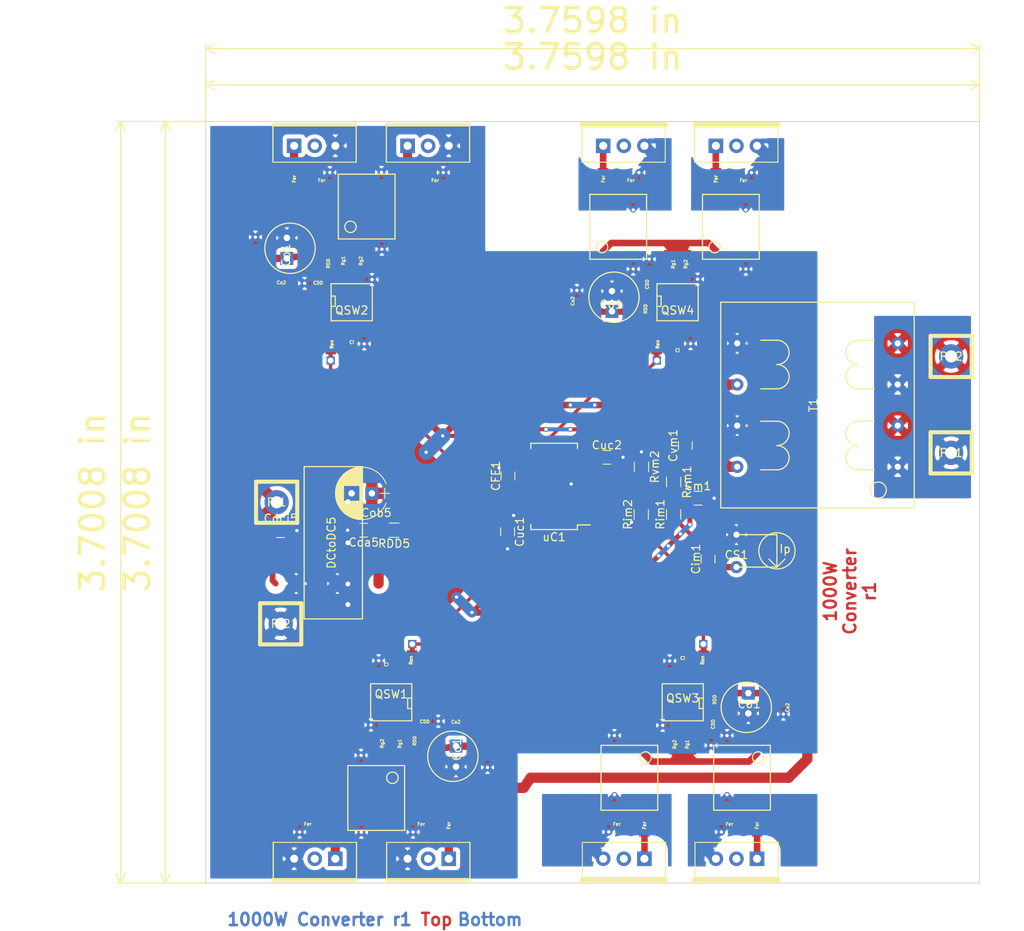
<source format=kicad_pcb>
(kicad_pcb (version 20171130) (host pcbnew "(5.1.2)-1")
  (layers (0 F.Cu signal) (1 In1.Cu signal) (2 In2.Cu signal) (31 B.Cu signal) (34 B.Paste user) (35 F.Paste user) (36 B.SilkS user) (37 F.SilkS user) (38 B.Mask user) (39 F.Mask user) (44 Edge.Cuts user))
  (net 0 "")
  (net 1 OUT)
  (net 2 VDDI)
  (net 3 "Net-(QSW1-PadVI)")
  (net 4 "Net-(QSW1-PadVg+)")
  (net 5 "Net-(QSW1-PadVg-)")
  (net 6 "Net-(QSW2-PadVI)")
  (net 7 "Net-(QSW2-PadVg+)")
  (net 8 "Net-(QSW2-PadVg-)")
  (net 9 TXo1)
  (net 10 TXo2)
  (net 11 IN)
  (net 12 GND)
  (net 13 "Net-(Coa5-Pad1)")
  (net 14 "Net-(QSW1-PadVDD)")
  (net 15 "Net-(QSW2-PadVDD)")
  (net 16 VI1)
  (net 17 VI2)
  (net 18 VI3)
  (net 19 VI4)
  (net 20 "Net-(QSW3-Pad6a)")
  (net 21 "Net-(QSW3-PadGa)")
  (net 22 "Net-(QSW3-PadD)")
  (net 23 "Net-(QSW3-PadVDD)")
  (net 24 "Net-(QSW3-PadVI)")
  (net 25 "Net-(QSW3-PadVg+)")
  (net 26 "Net-(QSW3-PadVg-)")
  (net 27 "Net-(QSW4-Pad6a)")
  (net 28 "Net-(QSW4-PadGa)")
  (net 29 "Net-(QSW4-PadD)")
  (net 30 "Net-(QSW4-PadVDD)")
  (net 31 "Net-(QSW4-PadVI)")
  (net 32 "Net-(QSW4-PadVg+)")
  (net 33 "Net-(QSW4-PadVg-)")
  (net 34 "Net-(QSW1-PadGa)")
  (net 35 "Net-(QSW1-PadGb)")
  (net 36 "Net-(QSW2-PadGa)")
  (net 37 "Net-(QSW2-PadGb)")
  (net 38 "Net-(QSW3-Pad1)")
  (net 39 "Net-(QSW4-Pad1)")
  (net 40 "Net-(QSW1-PadD)")
  (net 41 "Net-(QSW2-PadD)")
  (net 42 "Net-(QSW1-Pad1)")
  (net 43 "Net-(QSW2-Pad1)")
  (net 44 "Net-(QSW1-Pad6)")
  (net 45 "Net-(QSW2-Pad6)")
  (net 46 Voutmeas)
  (net 47 Ioutmeas)
  (net 48 GNDA)
  (net 49 "Net-(CFE1-Pad1)")
  (net 50 "Net-(Cvm1-Pad2)")
  (net 51 "Net-(CS1-Pad2)")
  (net 52 "Net-(QSW4-Pad6b)")
  (net 53 "Net-(QSW4-PadGb)")
  (net 54 "Net-(QSW3-Pad6b)")
  (net 55 "Net-(QSW3-PadGb)")
  (module ADH_footprints:SWTO220-ComDTXGate_connected (layer F.Cu) (at 19.05 44 270)
    (fp_text reference QSW3 (at -19.81 -0.3175) (layer F.SilkS))
    (fp_text value GateDrive_ComD hide)
    (fp_line (start -22 1.5875) (end -22.8 1.5875) (layer F.Cu) (width 0.6096))
    (fp_line (start -22.8 1.5875) (end -23.46 1.2825) (layer F.Cu) (width 0.6096))
    (fp_line (start -22 -0.9525) (end -22.8 -0.9525) (layer F.Cu) (width 0.6096))
    (fp_line (start -22.8 -0.9525) (end -23.46 -0.6175) (layer F.Cu) (width 0.6096))
    (fp_line (start -4.275 -6.99) (end -5 -8.5) (layer F.Cu) (width 0.6096))
    (fp_line (start -5 -9.49) (end -5 -8.49) (layer F.Cu) (width 0.6096))
    (fp_line (start -4.275 6.91) (end -5 5.41) (layer F.Cu) (width 0.6096))
    (fp_line (start -5 4.41) (end -5 5.41) (layer F.Cu) (width 0.6096))
    (fp_line (start -3.34 -5.09) (end -3.8226 -5.09) (layer F.Cu) (width 0.7112))
    (fp_line (start -3.8226 8.81) (end -3.34 8.81) (layer F.Cu) (width 0.7112))
    (fp_line (start -7.3974 8.11) (end -7.88 8.11) (layer F.Cu) (width 0.7112))
    (fp_line (start -14.6974 8.11) (end -15.2116 8.11) (layer F.Cu) (width 0.7112))
    (fp_line (start -16.4675 1.6374) (end -16.4675 2.12) (layer F.Cu) (width 0.6096))
    (fp_line (start -7.3974 -5.79) (end -7.88 -5.79) (layer F.Cu) (width 0.7112))
    (fp_line (start -14.6974 -5.79) (end -15.18 -5.79) (layer F.Cu) (width 0.7112))
    (fp_line (start -14.5026 -3.8175) (end -14.02 -3.8175) (layer F.Cu) (width 0.6096))
    (fp_line (start -23.9074 1.2825) (end -24.39 1.2825) (layer F.Cu) (width 0.6096))
    (fp_line (start -18.3642 -12.7425) (end -17.8816 -12.7425) (layer F.Cu) (width 0.7112))
    (fp_line (start -23.5 -2.9) (end -22.7 -2.9) (layer F.Cu) (width 0.6096))
    (fp_line (start -22.7 -2.9) (end -22 -2.3) (layer F.Cu) (width 0.6096))
    (fp_line (start -26.5 -2.9) (end -25.6 -2.9) (layer F.Cu) (width 0.7112))
    (fp_line (start -20.45 -8.4) (end -20.45 -4.5) (layer F.Cu) (width 0.8128))
    (fp_line (start -20.45 -4.5) (end -20 -4.05) (layer F.Cu) (width 0.8128))
    (fp_line (start -20 -4.05) (end -19.7 -4.05) (layer F.Cu) (width 0.6096))
    (fp_line (start -17.8 -4) (end -17.05 -4) (layer F.Cu) (width 0.6096))
    (fp_line (start -17.05 -4) (end -16.6 -3.8) (layer F.Cu) (width 0.6096))
    (fp_line (start -16.6 -3.85) (end -16.6 -2.35) (layer F.Cu) (width 0.6096))
    (fp_line (start -20.45 -8.45) (end -20.45 -11.85) (layer F.Cu) (width 0.8128))
    (fp_line (start -20.45 -11.85) (end -20.45 -12.75) (layer F.Cu) (width 0.6096))
    (fp_line (start -16.6 -0.9525) (end -15.6 -0.9525) (layer F.Cu) (width 0.6096))
    (fp_line (start -15.0996 0.6825) (end -15.5996 0.3175) (layer F.Cu) (width 0.6096))
    (fp_line (start -16.6 0.3175) (end -15.6 0.3175) (layer F.Cu) (width 0.6096))
    (fp_line (start -15.1 -1.3) (end -15.6 -0.9525) (layer F.Cu) (width 0.6096))
    (fp_poly (pts (xy -13.25 -1.25) (xy -13.25 0.75) (xy -12 1.25) (xy -12 -2.25)) (layer F.Cu) (width 0.1))
    (fp_line (start -12 2.5) (end -12 3.5) (layer F.Cu) (width 0.8128))
    (fp_line (start -12 3.5) (end -13 4.5) (layer F.Cu) (width 0.8128))
    (fp_line (start -13 4.5) (end -14 4.5) (layer F.Cu) (width 0.8128))
    (fp_line (start -12 -7.5) (end -12 -8) (layer F.Cu) (width 0.8128))
    (fp_line (start -12 -8) (end -12 -8.5) (layer F.Cu) (width 0.8128))
    (fp_line (start -12 -8.5) (end -13 -9.5) (layer F.Cu) (width 0.8128))
    (fp_line (start -13 -9.5) (end -14 -9.5) (layer F.Cu) (width 0.8128))
    (fp_line (start -12 2.5) (end -12 -7.5) (layer F.Cu) (width 0.8128))
    (fp_text user Fer (at -4.1 4.41 270) (layer F.SilkS) (effects (font (size 0.4 0.4) (thickness 0.1))))
    (fp_text user Fer (at -4.1 -9.49 270) (layer F.SilkS) (effects (font (size 0.4 0.4) (thickness 0.1))))
    (fp_line (start -2.9 4.4) (end 0 4.4) (layer F.Cu) (width 0.8128))
    (fp_line (start -6.7 4.4) (end -5.3 4.4) (layer F.Cu) (width 0.8128))
    (fp_line (start -5.25 -9.5) (end -6.75 -9.5) (layer F.Cu) (width 0.8128))
    (fp_line (start -5 -9.5) (end -5.5 -9.5) (layer F.Cu) (width 0.7112))
    (fp_line (start -3 -9.5) (end 0 -9.5) (layer F.Cu) (width 0.8128))
    (fp_text user Fer (at -4.1 4.41 270) (layer F.SilkS) (effects (font (size 0.4 0.4) (thickness 0.1))))
    (fp_text user Fer (at -4.275 7.81) (layer F.SilkS) (effects (font (size 0.4 0.4) (thickness 0.1))))
    (fp_text user Fer (at -4.275 -6.09) (layer F.SilkS) (effects (font (size 0.4 0.4) (thickness 0.1))))
    (fp_text user Fer (at -4.1 4.41 270) (layer F.SilkS) (effects (font (size 0.4 0.4) (thickness 0.1))))
    (fp_text user Co1 (at -19.09 -8.5175 180) (layer F.SilkS))
    (fp_text user Co2 (at -18.665 -13.2625 90) (layer F.SilkS) (effects (font (size 0.4 0.4) (thickness 0.1))))
    (fp_text user CDD (at -16.6 -4.0675 270) (layer F.SilkS) (effects (font (size 0.4 0.4) (thickness 0.1))))
    (fp_text user Ci (at -24.76 -0.3175) (layer F.SilkS) (effects (font (size 0.4 0.4) (thickness 0.1))))
    (fp_text user Ren (at -24.51 -2.7675 90) (layer F.SilkS) (effects (font (size 0.4 0.4) (thickness 0.1))))
    (fp_text user Ren (at -24.51 -2.7675 90) (layer F.SilkS) (effects (font (size 0.4 0.4) (thickness 0.1))))
    (fp_text user RDD (at -19.64 -4.2675 270) (layer F.SilkS) (effects (font (size 0.4 0.4) (thickness 0.1))))
    (fp_text user Rg2 (at -14.11 0.6825 90) (layer F.SilkS) (effects (font (size 0.4 0.4) (thickness 0.1))))
    (fp_text user Rg1 (at -14.11 -0.8625 90) (layer F.SilkS) (effects (font (size 0.4 0.4) (thickness 0.1))))
    (pad Sa thru_hole circle (at -3.3084 -5.09 180) (size 0.6096 0.6096) (drill 0.4064) (layers *.Cu *.Mask) (net 1 OUT))
    (pad Sb thru_hole circle (at -3.3084 8.81 180) (size 0.6096 0.6096) (drill 0.4064) (layers *.Cu *.Mask) (net 9 TXo1))
    (pad Sb thru_hole circle (at -7.9116 8.11) (size 0.6096 0.6096) (drill 0.4064) (layers *.Cu *.Mask) (net 9 TXo1))
    (pad GNDi thru_hole circle (at -15.2116 8.11) (size 0.6096 0.6096) (drill 0.4064) (layers *.Cu *.Mask) (net 12 GND))
    (pad GNDi thru_hole circle (at -16.4675 2.1516 90) (size 0.6096 0.6096) (drill 0.4064) (layers *.Cu *.Mask) (net 12 GND))
    (pad Sa thru_hole circle (at -7.9116 -5.79) (size 0.6096 0.6096) (drill 0.4064) (layers *.Cu *.Mask) (net 1 OUT))
    (pad GNDi thru_hole circle (at -15.2116 -5.79) (size 0.6096 0.6096) (drill 0.4064) (layers *.Cu *.Mask) (net 12 GND))
    (pad GNDi thru_hole circle (at -13.9884 -3.8175 180) (size 0.6096 0.6096) (drill 0.4064) (layers *.Cu *.Mask) (net 12 GND))
    (pad GNDi thru_hole circle (at -24.4216 1.2825) (size 0.6096 0.6096) (drill 0.4064) (layers *.Cu *.Mask) (net 12 GND))
    (pad Sb thru_hole circle (at 0 9.49 90) (size 1.8 1.8) (drill 1) (layers *.Cu *.Mask) (net 9 TXo1))
    (pad Gb thru_hole rect (at 0 4.41 90) (size 1.8 1.8) (drill 1) (layers *.Cu *.Mask) (net 55 "Net-(QSW3-PadGb)"))
    (pad D thru_hole circle (at 0 6.95 90) (size 1.8 1.8) (drill 1) (layers *.Cu *.Mask) (net 22 "Net-(QSW3-PadD)"))
    (pad 1 smd rect (at -14.15 4.41 90) (size 1.5 1.2) (layers F.Cu F.Paste F.Mask) (net 38 "Net-(QSW3-Pad1)"))
    (pad 5b smd rect (at -6.85 6.26 90) (size 1.5 1.2) (layers F.Cu F.Paste F.Mask))
    (pad 2b smd rect (at -14.15 6.26 90) (size 1.5 1.2) (layers F.Cu F.Paste F.Mask))
    (pad GNDi smd rect (at -14.15 8.11 90) (size 1.5 1.2) (layers F.Cu F.Paste F.Mask) (net 12 GND))
    (pad Sb smd rect (at -6.85 8.11 90) (size 1.5 1.2) (layers F.Cu F.Paste F.Mask) (net 9 TXo1))
    (pad 6b smd rect (at -6.85 4.41 90) (size 1.5 1.2) (layers F.Cu F.Paste F.Mask) (net 54 "Net-(QSW3-Pad6b)"))
    (pad Gb smd rect (at -3.1 4.41 90) (size 0.7 1.3) (layers F.Cu F.Paste F.Mask) (net 55 "Net-(QSW3-PadGb)"))
    (pad 6b smd rect (at -5 4.41 90) (size 0.7 1.3) (layers F.Cu F.Paste F.Mask) (net 54 "Net-(QSW3-Pad6b)"))
    (pad 6b smd rect (at -4.275 6.91) (size 0.7 1.3) (layers F.Cu F.Paste F.Mask) (net 54 "Net-(QSW3-Pad6b)"))
    (pad Sb smd rect (at -4.275 8.81) (size 0.7 1.3) (layers F.Cu F.Paste F.Mask) (net 9 TXo1))
    (pad Sa smd rect (at -4.275 -5.09) (size 0.7 1.3) (layers F.Cu F.Paste F.Mask) (net 1 OUT))
    (pad 6a smd rect (at -4.275 -6.99) (size 0.7 1.3) (layers F.Cu F.Paste F.Mask) (net 20 "Net-(QSW3-Pad6a)"))
    (pad 6a smd rect (at -5 -9.49 90) (size 0.7 1.3) (layers F.Cu F.Paste F.Mask) (net 20 "Net-(QSW3-Pad6a)"))
    (pad Ga smd rect (at -3.1 -9.49 90) (size 0.7 1.3) (layers F.Cu F.Paste F.Mask) (net 21 "Net-(QSW3-PadGa)"))
    (pad 6a smd rect (at -6.85 -9.49 90) (size 1.5 1.2) (layers F.Cu F.Paste F.Mask) (net 20 "Net-(QSW3-Pad6a)"))
    (pad Sa smd rect (at -6.85 -5.79 90) (size 1.5 1.2) (layers F.Cu F.Paste F.Mask) (net 1 OUT))
    (pad GNDi smd rect (at -14.15 -5.79 90) (size 1.5 1.2) (layers F.Cu F.Paste F.Mask) (net 12 GND))
    (pad 2a smd rect (at -14.15 -7.64 90) (size 1.5 1.2) (layers F.Cu F.Paste F.Mask))
    (pad 5a smd rect (at -6.85 -7.64 90) (size 1.5 1.2) (layers F.Cu F.Paste F.Mask))
    (pad 1 smd rect (at -14.15 -9.49 90) (size 1.5 1.2) (layers F.Cu F.Paste F.Mask) (net 38 "Net-(QSW3-Pad1)"))
    (pad D thru_hole circle (at 0 -6.95 90) (size 1.8 1.8) (drill 1) (layers *.Cu *.Mask) (net 22 "Net-(QSW3-PadD)"))
    (pad Ga thru_hole rect (at 0 -9.49 90) (size 1.8 1.8) (drill 1) (layers *.Cu *.Mask) (net 21 "Net-(QSW3-PadGa)"))
    (pad Sa thru_hole circle (at 0 -4.41 90) (size 1.8 1.8) (drill 1) (layers *.Cu *.Mask) (net 1 OUT))
    (pad GNDi smd rect (at -18.565 -12.7425 90) (size 0.7 1.3) (layers F.Cu F.Paste F.Mask) (net 12 GND))
    (pad +Vo smd rect (at -20.465 -12.7425 90) (size 0.7 1.3) (layers F.Cu F.Paste F.Mask) (net 11 IN))
    (pad VDD smd rect (at -16.6 -3.8275 90) (size 0.7 1.3) (layers F.Cu F.Paste F.Mask) (net 23 "Net-(QSW3-PadVDD)"))
    (pad GNDi smd rect (at -14.66 -3.8175 90) (size 0.7 1.3) (layers F.Cu F.Paste F.Mask) (net 12 GND))
    (pad Vsig smd rect (at -25.385 -2.8925 270) (size 0.7 1.3) (layers F.Cu F.Paste F.Mask) (net 18 VI3))
    (pad VI smd rect (at -23.485 -2.8925 270) (size 0.7 1.3) (layers F.Cu F.Paste F.Mask) (net 24 "Net-(QSW3-PadVI)"))
    (pad GNDi smd rect (at -23.46 1.2825 180) (size 0.7 1.3) (layers F.Cu F.Paste F.Mask) (net 12 GND))
    (pad VDDi smd rect (at -23.46 -0.6175 180) (size 0.7 1.3) (layers F.Cu F.Paste F.Mask) (net 2 VDDI))
    (pad VDD smd rect (at -17.8 -4.0175 90) (size 0.7 1.3) (layers F.Cu F.Paste F.Mask) (net 23 "Net-(QSW3-PadVDD)"))
    (pad +Vo smd rect (at -19.54 -4.0675 90) (size 0.7 1.3) (layers F.Cu F.Paste F.Mask) (net 11 IN))
    (pad 1 smd rect (at -13.21 0.6825 270) (size 0.7 1.3) (layers F.Cu F.Paste F.Mask) (net 38 "Net-(QSW3-Pad1)"))
    (pad 1 smd rect (at -13.21 -1.3175 270) (size 0.7 1.3) (layers F.Cu F.Paste F.Mask) (net 38 "Net-(QSW3-Pad1)"))
    (pad VDD smd rect (at -16.635 -2.2225 180) (size 0.508 1.143) (layers F.Cu F.Paste F.Mask) (net 23 "Net-(QSW3-PadVDD)"))
    (pad Vg+ smd rect (at -16.635 -0.9525 180) (size 0.508 1.143) (layers F.Cu F.Paste F.Mask) (net 25 "Net-(QSW3-PadVg+)"))
    (pad Vg- smd rect (at -16.635 0.3175 180) (size 0.508 1.143) (layers F.Cu F.Paste F.Mask) (net 26 "Net-(QSW3-PadVg-)"))
    (pad GNDi smd rect (at -16.635 1.5875 180) (size 0.508 1.143) (layers F.Cu F.Paste F.Mask) (net 12 GND))
    (pad GNDi smd rect (at -21.985 1.5875 180) (size 0.508 1.143) (layers F.Cu F.Paste F.Mask) (net 12 GND))
    (pad NC smd rect (at -21.985 0.3175 180) (size 0.508 1.143) (layers F.Cu F.Paste F.Mask))
    (pad VDDi smd rect (at -21.985 -0.9525 180) (size 0.508 1.143) (layers F.Cu F.Paste F.Mask) (net 2 VDDI))
    (pad VI smd rect (at -21.985 -2.2225 180) (size 0.508 1.143) (layers F.Cu F.Paste F.Mask) (net 24 "Net-(QSW3-PadVI)"))
    (pad Vg+ smd rect (at -15.11 -1.3175 270) (size 0.7 1.3) (layers F.Cu F.Paste F.Mask) (net 25 "Net-(QSW3-PadVg+)"))
    (pad Vg- smd rect (at -15.11 0.6825 270) (size 0.7 1.3) (layers F.Cu F.Paste F.Mask) (net 26 "Net-(QSW3-PadVg-)"))
    (pad Vsig thru_hole rect (at -26.5 -2.8675 180) (size 1.016 1.016) (drill 0.7112) (layers *.Cu *.Mask) (net 18 VI3))
    (pad GNDi thru_hole circle (at -17.94 -8.4175) (size 1.6 1.6) (drill 0.8) (layers *.Cu *.Mask) (net 12 GND))
    (pad +Vo thru_hole rect (at -20.44 -8.4175) (size 1.6 1.6) (drill 0.8) (layers *.Cu *.Mask) (net 11 IN))
    (pad GNDi thru_hole circle (at -17.85 -12.7425 180) (size 0.6096 0.6096) (drill 0.4064) (layers *.Cu *.Mask) (net 12 GND))
  )
  (module ADH_footprints:SWTO220-ComDTXGate_connected (layer F.Cu) (at 19.05 -44 90)
    (fp_text reference QSW4 (at -20.31 -0.3175 180) (layer F.SilkS))
    (fp_text value GateDrive_ComD hide)
    (fp_line (start -22 1.5875) (end -22.8 1.5875) (layer F.Cu) (width 0.6096))
    (fp_line (start -22.8 1.5875) (end -23.46 1.2825) (layer F.Cu) (width 0.6096))
    (fp_line (start -22 -0.9525) (end -22.8 -0.9525) (layer F.Cu) (width 0.6096))
    (fp_line (start -22.8 -0.9525) (end -23.46 -0.6175) (layer F.Cu) (width 0.6096))
    (fp_line (start -4.275 -6.99) (end -5 -8.5) (layer F.Cu) (width 0.6096))
    (fp_line (start -5 -9.49) (end -5 -8.49) (layer F.Cu) (width 0.6096))
    (fp_line (start -4.275 6.91) (end -5 5.41) (layer F.Cu) (width 0.6096))
    (fp_line (start -5 4.41) (end -5 5.41) (layer F.Cu) (width 0.6096))
    (fp_line (start -3.34 -5.09) (end -3.8226 -5.09) (layer F.Cu) (width 0.7112))
    (fp_line (start -3.8226 8.81) (end -3.34 8.81) (layer F.Cu) (width 0.7112))
    (fp_line (start -7.3974 8.11) (end -7.88 8.11) (layer F.Cu) (width 0.7112))
    (fp_line (start -14.6974 8.11) (end -15.2116 8.11) (layer F.Cu) (width 0.7112))
    (fp_line (start -16.4675 1.6374) (end -16.4675 2.12) (layer F.Cu) (width 0.6096))
    (fp_line (start -7.3974 -5.79) (end -7.88 -5.79) (layer F.Cu) (width 0.7112))
    (fp_line (start -14.6974 -5.79) (end -15.18 -5.79) (layer F.Cu) (width 0.7112))
    (fp_line (start -14.5026 -3.8175) (end -14.02 -3.8175) (layer F.Cu) (width 0.6096))
    (fp_line (start -23.9074 1.2825) (end -24.39 1.2825) (layer F.Cu) (width 0.6096))
    (fp_line (start -18.3642 -12.7425) (end -17.8816 -12.7425) (layer F.Cu) (width 0.7112))
    (fp_line (start -23.5 -2.9) (end -22.7 -2.9) (layer F.Cu) (width 0.6096))
    (fp_line (start -22.7 -2.9) (end -22 -2.3) (layer F.Cu) (width 0.6096))
    (fp_line (start -26.5 -2.9) (end -25.6 -2.9) (layer F.Cu) (width 0.7112))
    (fp_line (start -20.45 -8.4) (end -20.45 -4.5) (layer F.Cu) (width 0.8128))
    (fp_line (start -20.45 -4.5) (end -20 -4.05) (layer F.Cu) (width 0.8128))
    (fp_line (start -20 -4.05) (end -19.7 -4.05) (layer F.Cu) (width 0.6096))
    (fp_line (start -17.8 -4) (end -17.05 -4) (layer F.Cu) (width 0.6096))
    (fp_line (start -17.05 -4) (end -16.6 -3.8) (layer F.Cu) (width 0.6096))
    (fp_line (start -16.6 -3.85) (end -16.6 -2.35) (layer F.Cu) (width 0.6096))
    (fp_line (start -20.45 -8.45) (end -20.45 -11.85) (layer F.Cu) (width 0.8128))
    (fp_line (start -20.45 -11.85) (end -20.45 -12.75) (layer F.Cu) (width 0.6096))
    (fp_line (start -16.6 -0.9525) (end -15.6 -0.9525) (layer F.Cu) (width 0.6096))
    (fp_line (start -15.0996 0.6825) (end -15.5996 0.3175) (layer F.Cu) (width 0.6096))
    (fp_line (start -16.6 0.3175) (end -15.6 0.3175) (layer F.Cu) (width 0.6096))
    (fp_line (start -15.1 -1.3) (end -15.6 -0.9525) (layer F.Cu) (width 0.6096))
    (fp_poly (pts (xy -13.25 -1.25) (xy -13.25 0.75) (xy -12 1.25) (xy -12 -2.25)) (layer F.Cu) (width 0.1))
    (fp_line (start -12 2.5) (end -12 3.5) (layer F.Cu) (width 0.8128))
    (fp_line (start -12 3.5) (end -13 4.5) (layer F.Cu) (width 0.8128))
    (fp_line (start -13 4.5) (end -14 4.5) (layer F.Cu) (width 0.8128))
    (fp_line (start -12 -7.5) (end -12 -8) (layer F.Cu) (width 0.8128))
    (fp_line (start -12 -8) (end -12 -8.5) (layer F.Cu) (width 0.8128))
    (fp_line (start -12 -8.5) (end -13 -9.5) (layer F.Cu) (width 0.8128))
    (fp_line (start -13 -9.5) (end -14 -9.5) (layer F.Cu) (width 0.8128))
    (fp_line (start -12 2.5) (end -12 -7.5) (layer F.Cu) (width 0.8128))
    (fp_text user Fer (at -4.1 4.41 270) (layer F.SilkS) (effects (font (size 0.4 0.4) (thickness 0.1))))
    (fp_text user Fer (at -4.1 -9.49 270) (layer F.SilkS) (effects (font (size 0.4 0.4) (thickness 0.1))))
    (fp_line (start -2.9 4.4) (end 0 4.4) (layer F.Cu) (width 0.8128))
    (fp_line (start -6.7 4.4) (end -5.3 4.4) (layer F.Cu) (width 0.8128))
    (fp_line (start -5.25 -9.5) (end -6.75 -9.5) (layer F.Cu) (width 0.8128))
    (fp_line (start -5 -9.5) (end -5.5 -9.5) (layer F.Cu) (width 0.7112))
    (fp_line (start -3 -9.5) (end 0 -9.5) (layer F.Cu) (width 0.8128))
    (fp_text user Fer (at -4.1 4.41 270) (layer F.SilkS) (effects (font (size 0.4 0.4) (thickness 0.1))))
    (fp_text user Fer (at -4.275 7.81) (layer F.SilkS) (effects (font (size 0.4 0.4) (thickness 0.1))))
    (fp_text user Fer (at -4.275 -6.09) (layer F.SilkS) (effects (font (size 0.4 0.4) (thickness 0.1))))
    (fp_text user Fer (at -4.1 4.41 270) (layer F.SilkS) (effects (font (size 0.4 0.4) (thickness 0.1))))
    (fp_text user Co1 (at -19.59 -8.5175) (layer F.SilkS))
    (fp_text user Co2 (at -19.165 -13.2625 90) (layer F.SilkS) (effects (font (size 0.4 0.4) (thickness 0.1))))
    (fp_text user CDD (at -17.1 -4.0675 270) (layer F.SilkS) (effects (font (size 0.4 0.4) (thickness 0.1))))
    (fp_text user Ci (at -25.26 -0.3175 180) (layer F.SilkS) (effects (font (size 0.4 0.4) (thickness 0.1))))
    (fp_text user Ren (at -24.51 -2.7675 90) (layer F.SilkS) (effects (font (size 0.4 0.4) (thickness 0.1))))
    (fp_text user Ren (at -24.51 -2.7675 90) (layer F.SilkS) (effects (font (size 0.4 0.4) (thickness 0.1))))
    (fp_text user RDD (at -20.14 -4.2675 270) (layer F.SilkS) (effects (font (size 0.4 0.4) (thickness 0.1))))
    (fp_text user Rg2 (at -14.61 0.6825 90) (layer F.SilkS) (effects (font (size 0.4 0.4) (thickness 0.1))))
    (fp_text user Rg1 (at -14.61 -0.8625 90) (layer F.SilkS) (effects (font (size 0.4 0.4) (thickness 0.1))))
    (pad Sa thru_hole circle (at -3.3084 -5.09) (size 0.6096 0.6096) (drill 0.4064) (layers *.Cu *.Mask) (net 10 TXo2))
    (pad Sb thru_hole circle (at -3.3084 8.81) (size 0.6096 0.6096) (drill 0.4064) (layers *.Cu *.Mask) (net 1 OUT))
    (pad Sb thru_hole circle (at -7.9116 8.11 180) (size 0.6096 0.6096) (drill 0.4064) (layers *.Cu *.Mask) (net 1 OUT))
    (pad GNDi thru_hole circle (at -15.2116 8.11 180) (size 0.6096 0.6096) (drill 0.4064) (layers *.Cu *.Mask) (net 12 GND))
    (pad GNDi thru_hole circle (at -16.4675 2.1516 270) (size 0.6096 0.6096) (drill 0.4064) (layers *.Cu *.Mask) (net 12 GND))
    (pad Sa thru_hole circle (at -7.9116 -5.79 180) (size 0.6096 0.6096) (drill 0.4064) (layers *.Cu *.Mask) (net 10 TXo2))
    (pad GNDi thru_hole circle (at -15.2116 -5.79 180) (size 0.6096 0.6096) (drill 0.4064) (layers *.Cu *.Mask) (net 12 GND))
    (pad GNDi thru_hole circle (at -13.9884 -3.8175) (size 0.6096 0.6096) (drill 0.4064) (layers *.Cu *.Mask) (net 12 GND))
    (pad GNDi thru_hole circle (at -24.4216 1.2825 180) (size 0.6096 0.6096) (drill 0.4064) (layers *.Cu *.Mask) (net 12 GND))
    (pad Sb thru_hole circle (at 0 9.49 270) (size 1.8 1.8) (drill 1) (layers *.Cu *.Mask) (net 1 OUT))
    (pad Gb thru_hole rect (at 0 4.41 270) (size 1.8 1.8) (drill 1) (layers *.Cu *.Mask) (net 53 "Net-(QSW4-PadGb)"))
    (pad D thru_hole circle (at 0 6.95 270) (size 1.8 1.8) (drill 1) (layers *.Cu *.Mask) (net 29 "Net-(QSW4-PadD)"))
    (pad 1 smd rect (at -14.15 4.41 270) (size 1.5 1.2) (layers F.Cu F.Paste F.Mask) (net 39 "Net-(QSW4-Pad1)"))
    (pad 5b smd rect (at -6.85 6.26 270) (size 1.5 1.2) (layers F.Cu F.Paste F.Mask))
    (pad 2b smd rect (at -14.15 6.26 270) (size 1.5 1.2) (layers F.Cu F.Paste F.Mask))
    (pad GNDi smd rect (at -14.15 8.11 270) (size 1.5 1.2) (layers F.Cu F.Paste F.Mask) (net 12 GND))
    (pad Sb smd rect (at -6.85 8.11 270) (size 1.5 1.2) (layers F.Cu F.Paste F.Mask) (net 1 OUT))
    (pad 6b smd rect (at -6.85 4.41 270) (size 1.5 1.2) (layers F.Cu F.Paste F.Mask) (net 52 "Net-(QSW4-Pad6b)"))
    (pad Gb smd rect (at -3.1 4.41 270) (size 0.7 1.3) (layers F.Cu F.Paste F.Mask) (net 53 "Net-(QSW4-PadGb)"))
    (pad 6b smd rect (at -5 4.41 270) (size 0.7 1.3) (layers F.Cu F.Paste F.Mask) (net 52 "Net-(QSW4-Pad6b)"))
    (pad 6b smd rect (at -4.275 6.91 180) (size 0.7 1.3) (layers F.Cu F.Paste F.Mask) (net 52 "Net-(QSW4-Pad6b)"))
    (pad Sb smd rect (at -4.275 8.81 180) (size 0.7 1.3) (layers F.Cu F.Paste F.Mask) (net 1 OUT))
    (pad Sa smd rect (at -4.275 -5.09 180) (size 0.7 1.3) (layers F.Cu F.Paste F.Mask) (net 10 TXo2))
    (pad 6a smd rect (at -4.275 -6.99 180) (size 0.7 1.3) (layers F.Cu F.Paste F.Mask) (net 27 "Net-(QSW4-Pad6a)"))
    (pad 6a smd rect (at -5 -9.49 270) (size 0.7 1.3) (layers F.Cu F.Paste F.Mask) (net 27 "Net-(QSW4-Pad6a)"))
    (pad Ga smd rect (at -3.1 -9.49 270) (size 0.7 1.3) (layers F.Cu F.Paste F.Mask) (net 28 "Net-(QSW4-PadGa)"))
    (pad 6a smd rect (at -6.85 -9.49 270) (size 1.5 1.2) (layers F.Cu F.Paste F.Mask) (net 27 "Net-(QSW4-Pad6a)"))
    (pad Sa smd rect (at -6.85 -5.79 270) (size 1.5 1.2) (layers F.Cu F.Paste F.Mask) (net 10 TXo2))
    (pad GNDi smd rect (at -14.15 -5.79 270) (size 1.5 1.2) (layers F.Cu F.Paste F.Mask) (net 12 GND))
    (pad 2a smd rect (at -14.15 -7.64 270) (size 1.5 1.2) (layers F.Cu F.Paste F.Mask))
    (pad 5a smd rect (at -6.85 -7.64 270) (size 1.5 1.2) (layers F.Cu F.Paste F.Mask))
    (pad 1 smd rect (at -14.15 -9.49 270) (size 1.5 1.2) (layers F.Cu F.Paste F.Mask) (net 39 "Net-(QSW4-Pad1)"))
    (pad D thru_hole circle (at 0 -6.95 270) (size 1.8 1.8) (drill 1) (layers *.Cu *.Mask) (net 29 "Net-(QSW4-PadD)"))
    (pad Ga thru_hole rect (at 0 -9.49 270) (size 1.8 1.8) (drill 1) (layers *.Cu *.Mask) (net 28 "Net-(QSW4-PadGa)"))
    (pad Sa thru_hole circle (at 0 -4.41 270) (size 1.8 1.8) (drill 1) (layers *.Cu *.Mask) (net 10 TXo2))
    (pad GNDi smd rect (at -18.565 -12.7425 270) (size 0.7 1.3) (layers F.Cu F.Paste F.Mask) (net 12 GND))
    (pad +Vo smd rect (at -20.465 -12.7425 270) (size 0.7 1.3) (layers F.Cu F.Paste F.Mask) (net 11 IN))
    (pad VDD smd rect (at -16.6 -3.8275 270) (size 0.7 1.3) (layers F.Cu F.Paste F.Mask) (net 30 "Net-(QSW4-PadVDD)"))
    (pad GNDi smd rect (at -14.66 -3.8175 270) (size 0.7 1.3) (layers F.Cu F.Paste F.Mask) (net 12 GND))
    (pad Vsig smd rect (at -25.385 -2.8925 90) (size 0.7 1.3) (layers F.Cu F.Paste F.Mask) (net 19 VI4))
    (pad VI smd rect (at -23.485 -2.8925 90) (size 0.7 1.3) (layers F.Cu F.Paste F.Mask) (net 31 "Net-(QSW4-PadVI)"))
    (pad GNDi smd rect (at -23.46 1.2825) (size 0.7 1.3) (layers F.Cu F.Paste F.Mask) (net 12 GND))
    (pad VDDi smd rect (at -23.46 -0.6175) (size 0.7 1.3) (layers F.Cu F.Paste F.Mask) (net 2 VDDI))
    (pad VDD smd rect (at -17.8 -4.0175 270) (size 0.7 1.3) (layers F.Cu F.Paste F.Mask) (net 30 "Net-(QSW4-PadVDD)"))
    (pad +Vo smd rect (at -19.54 -4.0675 270) (size 0.7 1.3) (layers F.Cu F.Paste F.Mask) (net 11 IN))
    (pad 1 smd rect (at -13.21 0.6825 90) (size 0.7 1.3) (layers F.Cu F.Paste F.Mask) (net 39 "Net-(QSW4-Pad1)"))
    (pad 1 smd rect (at -13.21 -1.3175 90) (size 0.7 1.3) (layers F.Cu F.Paste F.Mask) (net 39 "Net-(QSW4-Pad1)"))
    (pad VDD smd rect (at -16.635 -2.2225) (size 0.508 1.143) (layers F.Cu F.Paste F.Mask) (net 30 "Net-(QSW4-PadVDD)"))
    (pad Vg+ smd rect (at -16.635 -0.9525) (size 0.508 1.143) (layers F.Cu F.Paste F.Mask) (net 32 "Net-(QSW4-PadVg+)"))
    (pad Vg- smd rect (at -16.635 0.3175) (size 0.508 1.143) (layers F.Cu F.Paste F.Mask) (net 33 "Net-(QSW4-PadVg-)"))
    (pad GNDi smd rect (at -16.635 1.5875) (size 0.508 1.143) (layers F.Cu F.Paste F.Mask) (net 12 GND))
    (pad GNDi smd rect (at -21.985 1.5875) (size 0.508 1.143) (layers F.Cu F.Paste F.Mask) (net 12 GND))
    (pad NC smd rect (at -21.985 0.3175) (size 0.508 1.143) (layers F.Cu F.Paste F.Mask))
    (pad VDDi smd rect (at -21.985 -0.9525) (size 0.508 1.143) (layers F.Cu F.Paste F.Mask) (net 2 VDDI))
    (pad VI smd rect (at -21.985 -2.2225) (size 0.508 1.143) (layers F.Cu F.Paste F.Mask) (net 31 "Net-(QSW4-PadVI)"))
    (pad Vg+ smd rect (at -15.11 -1.3175 90) (size 0.7 1.3) (layers F.Cu F.Paste F.Mask) (net 32 "Net-(QSW4-PadVg+)"))
    (pad Vg- smd rect (at -15.11 0.6825 90) (size 0.7 1.3) (layers F.Cu F.Paste F.Mask) (net 33 "Net-(QSW4-PadVg-)"))
    (pad Vsig thru_hole rect (at -26.5 -2.8675) (size 1.016 1.016) (drill 0.7112) (layers *.Cu *.Mask) (net 19 VI4))
    (pad GNDi thru_hole circle (at -17.94 -8.4175 180) (size 1.6 1.6) (drill 0.8) (layers *.Cu *.Mask) (net 12 GND))
    (pad +Vo thru_hole rect (at -20.44 -8.4175 180) (size 1.6 1.6) (drill 0.8) (layers *.Cu *.Mask) (net 11 IN))
    (pad GNDi thru_hole circle (at -17.85 -12.7425) (size 0.6096 0.6096) (drill 0.4064) (layers *.Cu *.Mask) (net 12 GND))
  )
  (module ADH_footprints:SWTO220-ParallelTXGate_connected (layer F.Cu) (at -19.05 -44 90)
    (fp_text reference QSW2 (at -20.31 -2.44) (layer F.SilkS))
    (fp_text value GateDrive_Parallel hide)
    (fp_line (start -22 -3.075) (end -22.8 -3.075) (layer F.Cu) (width 0.6096))
    (fp_line (start -22.8 -3.075) (end -23.46 -2.79) (layer F.Cu) (width 0.6096))
    (fp_line (start -22 -0.535) (end -22.8 -0.535) (layer F.Cu) (width 0.6096))
    (fp_line (start -22.8 -0.535) (end -23.46 -0.89) (layer F.Cu) (width 0.6096))
    (fp_line (start -13.9 -10.4) (end -13.9 -13.4) (layer F.Cu) (width 0.9144))
    (fp_line (start -13.9 -13.4) (end -13.9 -14.3) (layer F.Cu) (width 0.6096))
    (fp_line (start 0 4.46) (end -2.83 4.46) (layer F.Cu) (width 1.1176))
    (fp_line (start 0.05 -9.55) (end -2.85 -9.55) (layer F.Cu) (width 1.016))
    (fp_line (start -5 4.5) (end -5 5.5) (layer F.Cu) (width 0.6096))
    (fp_line (start -5 5.5) (end -4.25 7) (layer F.Cu) (width 0.6096))
    (fp_line (start -5 4.46) (end -5.5 4.46) (layer F.Cu) (width 0.6096))
    (fp_line (start -5 -8.5) (end -4.25 -7) (layer F.Cu) (width 0.6096))
    (fp_line (start -5 -9.5) (end -5 -8.5) (layer F.Cu) (width 0.6096))
    (fp_line (start -16.9 -4.8) (end -16.6 -4.35) (layer F.Cu) (width 0.508))
    (fp_line (start -16.9 -5.6) (end -16.9 -4.8) (layer F.Cu) (width 0.762))
    (fp_line (start -15.9 -5.6) (end -15.4 -5.9) (layer F.Cu) (width 0.6096))
    (fp_line (start -17 -5.6) (end -15.9 -5.6) (layer F.Cu) (width 0.6096))
    (fp_line (start -13.7 -6.8) (end -13.7 -5.9) (layer F.Cu) (width 0.6096))
    (fp_line (start -13.7 -9.3) (end -13.7 -6.8) (layer F.Cu) (width 0.8128))
    (fp_line (start -13.9 -10.4) (end -13.7 -9.3) (layer F.Cu) (width 0.8128))
    (fp_line (start -15.875 -1.805) (end -15.24 -1.424) (layer F.Cu) (width 0.508))
    (fp_line (start -16.51 -1.805) (end -15.875 -1.805) (layer F.Cu) (width 0.508))
    (fp_line (start -15.875 -3.075) (end -15.24 -3.456) (layer F.Cu) (width 0.508))
    (fp_line (start -16.51 -3.075) (end -15.875 -3.075) (layer F.Cu) (width 0.508))
    (fp_poly (pts (xy -11.475 -2.44) (xy -13.475 -3.44) (xy -13.475 -1.44)) (layer F.Cu) (width 0.1))
    (fp_poly (pts (xy -4.5 -2.44) (xy -6.5 -3.44) (xy -6.5 -1.44) (xy -4 -2.44) (xy -6.5 -3.44)) (layer F.Cu) (width 0.1))
    (fp_line (start -5 4.46) (end -5.5 4.46) (layer F.Cu) (width 0.6096))
    (fp_line (start -6.5 3.46) (end -5.5 4.46) (layer F.Cu) (width 0.6096))
    (fp_line (start -6.5 -8.54) (end -6.5 3.46) (layer F.Cu) (width 0.6096))
    (fp_line (start -5.5 -9.54) (end -6.5 -8.54) (layer F.Cu) (width 0.6096))
    (fp_line (start -5 -9.54) (end -5.5 -9.54) (layer F.Cu) (width 0.6096))
    (fp_text user Rg1 (at -14.19 -3.49 90) (layer F.SilkS) (effects (font (size 0.4 0.4) (thickness 0.1))))
    (fp_text user Rg2 (at -14.22 -1.31 90) (layer F.SilkS) (effects (font (size 0.4 0.4) (thickness 0.1))))
    (fp_text user RDD (at -14.54 -5.33 270) (layer F.SilkS) (effects (font (size 0.4 0.4) (thickness 0.1))))
    (fp_text user Ren (at -24.51 -4.89 90) (layer F.SilkS) (effects (font (size 0.4 0.4) (thickness 0.1))))
    (fp_text user Ren (at -24.51 -4.89 -90) (layer F.SilkS) (effects (font (size 0.4 0.4) (thickness 0.1))))
    (fp_text user Ci (at -24.26 -2.44) (layer F.SilkS) (effects (font (size 0.4 0.4) (thickness 0.1))))
    (fp_text user CDD (at -16.925 -6.575 180) (layer F.SilkS) (effects (font (size 0.4 0.4) (thickness 0.1))))
    (fp_text user Co2 (at -16.89 -11.12 180) (layer F.SilkS) (effects (font (size 0.4 0.4) (thickness 0.1))))
    (fp_text user Co1 (at -13.5 -10.55 90) (layer F.SilkS))
    (fp_text user Fer (at -4.1 -9.54 270) (layer F.SilkS) (effects (font (size 0.4 0.4) (thickness 0.1))))
    (fp_text user Fer (at -4.275 7.86 180) (layer F.SilkS) (effects (font (size 0.4 0.4) (thickness 0.1))))
    (fp_text user Fer (at -4.275 -6.14 180) (layer F.SilkS) (effects (font (size 0.4 0.4) (thickness 0.1))))
    (fp_text user Fer (at -4.1 -9.54 90) (layer F.SilkS) (effects (font (size 0.4 0.4) (thickness 0.1))))
    (fp_line (start -23.51 -5.04) (end -23.01 -5.04) (layer F.Cu) (width 0.4572))
    (fp_line (start -23.01 -5.04) (end -22.61 -4.34) (layer F.Cu) (width 0.4572))
    (fp_line (start -22.61 -4.34) (end -22.01 -4.34) (layer F.Cu) (width 0.4572))
    (fp_line (start -26.51 -5.04) (end -25.41 -5.04) (layer F.Cu) (width 0.508))
    (pad S smd rect (at -3.385 1.24 180) (size 0.6 0.75) (layers F.Cu F.Paste F.Mask) (net 12 GND))
    (pad S thru_hole circle (at -3.275 1.24 180) (size 0.6096 0.6096) (drill 0.4064) (layers *.Cu *.Mask) (net 12 GND))
    (pad S thru_hole circle (at -3.3 8.865 180) (size 0.6096 0.6096) (drill 0.4064) (layers *.Cu *.Mask) (net 12 GND))
    (pad S smd rect (at -3.41 8.865 180) (size 0.6 0.75) (layers F.Cu F.Paste F.Mask) (net 12 GND))
    (pad S smd rect (at -3.46 -5.135 180) (size 0.6 0.75) (layers F.Cu F.Paste F.Mask) (net 12 GND))
    (pad S thru_hole circle (at -3.3 -5.135 180) (size 0.6096 0.6096) (drill 0.4064) (layers *.Cu *.Mask) (net 12 GND))
    (pad GNDi thru_hole circle (at -12.765 1.285) (size 0.6096 0.6096) (drill 0.4064) (layers *.Cu *.Mask) (net 12 GND))
    (pad GNDi smd rect (at -12.615 1.285) (size 0.6 0.75) (layers F.Cu F.Paste F.Mask) (net 12 GND))
    (pad GNDi smd rect (at -16.515 -0.085 90) (size 0.6 0.75) (layers F.Cu F.Paste F.Mask) (net 12 GND))
    (pad GNDi thru_hole circle (at -24.45 -0.89 180) (size 0.6096 0.6096) (drill 0.4064) (layers *.Cu *.Mask) (net 12 GND))
    (pad GNDi thru_hole circle (at -16.515 0.065 90) (size 0.6096 0.6096) (drill 0.4064) (layers *.Cu *.Mask) (net 12 GND))
    (pad GNDi smd rect (at -24.3 -0.89 180) (size 0.6 0.75) (layers F.Cu F.Paste F.Mask) (net 12 GND))
    (pad GNDi smd rect (at -16.975 -8.1 90) (size 0.6 0.75) (layers F.Cu F.Paste F.Mask) (net 12 GND))
    (pad 6 smd rect (at -4.275 6.96 180) (size 0.7 1.3) (layers F.Cu F.Paste F.Mask) (net 45 "Net-(QSW2-Pad6)"))
    (pad 6 smd rect (at -5 4.46 270) (size 0.7 1.3) (layers F.Cu F.Paste F.Mask) (net 45 "Net-(QSW2-Pad6)"))
    (pad +Vo thru_hole rect (at -13.9 -10.44 180) (size 1.6 1.6) (drill 0.8) (layers *.Cu *.Mask) (net 11 IN))
    (pad GNDi thru_hole circle (at -11.36 -10.44 180) (size 1.6 1.6) (drill 0.8) (layers *.Cu *.Mask) (net 12 GND))
    (pad S thru_hole circle (at 0 9.54 270) (size 1.8 1.8) (drill 1) (layers *.Cu *.Mask) (net 12 GND))
    (pad Gb thru_hole rect (at 0 4.46 270) (size 1.8 1.8) (drill 1) (layers *.Cu *.Mask) (net 37 "Net-(QSW2-PadGb)"))
    (pad D thru_hole circle (at 0 7 270) (size 1.8 1.8) (drill 1) (layers *.Cu *.Mask) (net 41 "Net-(QSW2-PadD)"))
    (pad Vsig thru_hole rect (at -26.5 -5.04) (size 1.016 1.016) (drill 0.7112) (layers *.Cu *.Mask) (net 17 VI2))
    (pad Vg- smd rect (at -15.11 -1.44 90) (size 0.7 1.3) (layers F.Cu F.Paste F.Mask) (net 8 "Net-(QSW2-PadVg-)"))
    (pad Vg+ smd rect (at -15.11 -3.44 90) (size 0.7 1.3) (layers F.Cu F.Paste F.Mask) (net 7 "Net-(QSW2-PadVg+)"))
    (pad VI smd rect (at -21.985 -4.345) (size 0.508 1.143) (layers F.Cu F.Paste F.Mask) (net 6 "Net-(QSW2-PadVI)"))
    (pad VDDi smd rect (at -21.985 -3.075) (size 0.508 1.143) (layers F.Cu F.Paste F.Mask) (net 2 VDDI))
    (pad NC smd rect (at -21.985 -1.805) (size 0.508 1.143) (layers F.Cu F.Paste F.Mask))
    (pad GNDi smd rect (at -21.985 -0.535) (size 0.508 1.143) (layers F.Cu F.Paste F.Mask) (net 12 GND))
    (pad GNDi smd rect (at -16.635 -0.535) (size 0.508 1.143) (layers F.Cu F.Paste F.Mask) (net 12 GND))
    (pad Vg- smd rect (at -16.635 -1.805) (size 0.508 1.143) (layers F.Cu F.Paste F.Mask) (net 8 "Net-(QSW2-PadVg-)"))
    (pad Vg+ smd rect (at -16.635 -3.075) (size 0.508 1.143) (layers F.Cu F.Paste F.Mask) (net 7 "Net-(QSW2-PadVg+)"))
    (pad VDD smd rect (at -16.635 -4.345) (size 0.508 1.143) (layers F.Cu F.Paste F.Mask) (net 15 "Net-(QSW2-PadVDD)"))
    (pad 1 smd rect (at -13.21 -3.44 90) (size 0.7 1.3) (layers F.Cu F.Paste F.Mask) (net 43 "Net-(QSW2-Pad1)"))
    (pad 1 smd rect (at -13.21 -1.44 90) (size 0.7 1.3) (layers F.Cu F.Paste F.Mask) (net 43 "Net-(QSW2-Pad1)"))
    (pad VDD smd rect (at -15.44 -5.9 270) (size 0.7 1.3) (layers F.Cu F.Paste F.Mask) (net 15 "Net-(QSW2-PadVDD)"))
    (pad +Vo smd rect (at -13.7 -5.9 270) (size 0.7 1.3) (layers F.Cu F.Paste F.Mask) (net 11 IN))
    (pad VDDi smd rect (at -23.46 -2.79) (size 0.7 1.3) (layers F.Cu F.Paste F.Mask) (net 2 VDDI))
    (pad GNDi smd rect (at -23.46 -0.89) (size 0.7 1.3) (layers F.Cu F.Paste F.Mask) (net 12 GND))
    (pad VI smd rect (at -23.485 -5.015 90) (size 0.7 1.3) (layers F.Cu F.Paste F.Mask) (net 6 "Net-(QSW2-PadVI)"))
    (pad Vsig smd rect (at -25.385 -5.015 90) (size 0.7 1.3) (layers F.Cu F.Paste F.Mask) (net 17 VI2))
    (pad GNDi smd rect (at -16.975 -7.525) (size 0.7 1.3) (layers F.Cu F.Paste F.Mask) (net 12 GND))
    (pad VDD smd rect (at -16.975 -5.625) (size 0.7 1.3) (layers F.Cu F.Paste F.Mask) (net 15 "Net-(QSW2-PadVDD)"))
    (pad +Vo smd rect (at -13.9 -14.325 270) (size 0.7 1.3) (layers F.Cu F.Paste F.Mask) (net 11 IN))
    (pad GNDi smd rect (at -12 -14.325 270) (size 0.7 1.3) (layers F.Cu F.Paste F.Mask) (net 12 GND))
    (pad Gb smd rect (at -3.1 4.46 270) (size 0.7 1.3) (layers F.Cu F.Paste F.Mask) (net 37 "Net-(QSW2-PadGb)"))
    (pad S smd rect (at -4.275 8.86 180) (size 0.7 1.3) (layers F.Cu F.Paste F.Mask) (net 12 GND))
    (pad S smd rect (at -4.275 -5.14 180) (size 0.7 1.3) (layers F.Cu F.Paste F.Mask) (net 12 GND))
    (pad 6 smd rect (at -4.275 -7.04 180) (size 0.7 1.3) (layers F.Cu F.Paste F.Mask) (net 45 "Net-(QSW2-Pad6)"))
    (pad 6 smd rect (at -5 -9.54 270) (size 0.7 1.3) (layers F.Cu F.Paste F.Mask) (net 45 "Net-(QSW2-Pad6)"))
    (pad Ga smd rect (at -3.1 -9.54 270) (size 0.7 1.3) (layers F.Cu F.Paste F.Mask) (net 36 "Net-(QSW2-PadGa)"))
    (pad 6 smd rect (at -4.4 -2.44 270) (size 1.5 1.2) (layers F.Cu F.Paste F.Mask) (net 45 "Net-(QSW2-Pad6)"))
    (pad S smd rect (at -4.35 1.26 270) (size 1.5 1.2) (layers F.Cu F.Paste F.Mask) (net 12 GND))
    (pad GNDi smd rect (at -11.65 1.26 270) (size 1.5 1.2) (layers F.Cu F.Paste F.Mask) (net 12 GND))
    (pad 2 smd rect (at -11.65 -0.59 270) (size 1.5 1.2) (layers F.Cu F.Paste F.Mask))
    (pad 5 smd rect (at -4.35 -0.59 270) (size 1.5 1.2) (layers F.Cu F.Paste F.Mask))
    (pad 1 smd rect (at -11.65 -2.44 270) (size 1.5 1.2) (layers F.Cu F.Paste F.Mask) (net 43 "Net-(QSW2-Pad1)"))
    (pad D thru_hole circle (at 0 -7 270) (size 1.8 1.8) (drill 1) (layers *.Cu *.Mask) (net 41 "Net-(QSW2-PadD)"))
    (pad Ga thru_hole rect (at 0 -9.54 270) (size 1.8 1.8) (drill 1) (layers *.Cu *.Mask) (net 36 "Net-(QSW2-PadGa)"))
    (pad S thru_hole circle (at 0 -4.46 270) (size 1.8 1.8) (drill 1) (layers *.Cu *.Mask) (net 12 GND))
    (pad GNDi thru_hole circle (at -11.275 -14.325 180) (size 0.6096 0.6096) (drill 0.4064) (layers *.Cu *.Mask) (net 12 GND))
    (pad GNDi thru_hole circle (at -16.975 -8.25 90) (size 0.6096 0.6096) (drill 0.4064) (layers *.Cu *.Mask) (net 12 GND))
    (pad GNDi smd rect (at -11.425 -14.325 180) (size 0.6 0.75) (layers F.Cu F.Paste F.Mask) (net 12 GND))
  )
  (module ADH_footprints:SWTO220-ParallelTXGate_connected (layer F.Cu) (at -19.05 44 270)
    (fp_text reference QSW1 (at -20.31 -2.44) (layer F.SilkS))
    (fp_text value GateDriver_Parallel hide)
    (fp_line (start -22 -3.075) (end -22.8 -3.075) (layer F.Cu) (width 0.6096))
    (fp_line (start -22.8 -3.075) (end -23.46 -2.79) (layer F.Cu) (width 0.6096))
    (fp_line (start -22 -0.535) (end -22.8 -0.535) (layer F.Cu) (width 0.6096))
    (fp_line (start -22.8 -0.535) (end -23.46 -0.89) (layer F.Cu) (width 0.6096))
    (fp_line (start -13.9 -10.4) (end -13.9 -13.4) (layer F.Cu) (width 0.9144))
    (fp_line (start -13.9 -13.4) (end -13.9 -14.3) (layer F.Cu) (width 0.6096))
    (fp_line (start 0 4.46) (end -2.83 4.46) (layer F.Cu) (width 1.1176))
    (fp_line (start 0.05 -9.55) (end -2.85 -9.55) (layer F.Cu) (width 1.016))
    (fp_line (start -5 4.5) (end -5 5.5) (layer F.Cu) (width 0.6096))
    (fp_line (start -5 5.5) (end -4.25 7) (layer F.Cu) (width 0.6096))
    (fp_line (start -5 4.46) (end -5.5 4.46) (layer F.Cu) (width 0.6096))
    (fp_line (start -5 -8.5) (end -4.25 -7) (layer F.Cu) (width 0.6096))
    (fp_line (start -5 -9.5) (end -5 -8.5) (layer F.Cu) (width 0.6096))
    (fp_line (start -16.9 -4.8) (end -16.6 -4.35) (layer F.Cu) (width 0.508))
    (fp_line (start -16.9 -5.6) (end -16.9 -4.8) (layer F.Cu) (width 0.762))
    (fp_line (start -15.9 -5.6) (end -15.4 -5.9) (layer F.Cu) (width 0.6096))
    (fp_line (start -17 -5.6) (end -15.9 -5.6) (layer F.Cu) (width 0.6096))
    (fp_line (start -13.7 -6.8) (end -13.7 -5.9) (layer F.Cu) (width 0.6096))
    (fp_line (start -13.7 -9.3) (end -13.7 -6.8) (layer F.Cu) (width 0.8128))
    (fp_line (start -13.9 -10.4) (end -13.7 -9.3) (layer F.Cu) (width 0.8128))
    (fp_line (start -15.875 -1.805) (end -15.24 -1.424) (layer F.Cu) (width 0.508))
    (fp_line (start -16.51 -1.805) (end -15.875 -1.805) (layer F.Cu) (width 0.508))
    (fp_line (start -15.875 -3.075) (end -15.24 -3.456) (layer F.Cu) (width 0.508))
    (fp_line (start -16.51 -3.075) (end -15.875 -3.075) (layer F.Cu) (width 0.508))
    (fp_poly (pts (xy -11.475 -2.44) (xy -13.475 -3.44) (xy -13.475 -1.44)) (layer F.Cu) (width 0.1))
    (fp_poly (pts (xy -4.5 -2.44) (xy -6.5 -3.44) (xy -6.5 -1.44) (xy -4 -2.44) (xy -6.5 -3.44)) (layer F.Cu) (width 0.1))
    (fp_line (start -5 4.46) (end -5.5 4.46) (layer F.Cu) (width 0.6096))
    (fp_line (start -6.5 3.46) (end -5.5 4.46) (layer F.Cu) (width 0.6096))
    (fp_line (start -6.5 -8.54) (end -6.5 3.46) (layer F.Cu) (width 0.6096))
    (fp_line (start -5.5 -9.54) (end -6.5 -8.54) (layer F.Cu) (width 0.6096))
    (fp_line (start -5 -9.54) (end -5.5 -9.54) (layer F.Cu) (width 0.6096))
    (fp_text user Rg1 (at -14.19 -3.49 270) (layer F.SilkS) (effects (font (size 0.4 0.4) (thickness 0.1))))
    (fp_text user Rg2 (at -14.22 -1.31 270) (layer F.SilkS) (effects (font (size 0.4 0.4) (thickness 0.1))))
    (fp_text user RDD (at -14.54 -5.33 90) (layer F.SilkS) (effects (font (size 0.4 0.4) (thickness 0.1))))
    (fp_text user Ren (at -24.51 -4.89 270) (layer F.SilkS) (effects (font (size 0.4 0.4) (thickness 0.1))))
    (fp_text user Ren (at -24.51 -4.89 270) (layer F.SilkS) (effects (font (size 0.4 0.4) (thickness 0.1))))
    (fp_text user Ci (at -23.96 -1.84) (layer F.SilkS) (effects (font (size 0.4 0.4) (thickness 0.1))))
    (fp_text user CDD (at -16.925 -6.575 180) (layer F.SilkS) (effects (font (size 0.4 0.4) (thickness 0.1))))
    (fp_text user Co2 (at -16.89 -10.42 180) (layer F.SilkS) (effects (font (size 0.4 0.4) (thickness 0.1))))
    (fp_text user Co1 (at -13.5 -10.55 270) (layer F.SilkS))
    (fp_text user Fer (at -4.1 -9.54 90) (layer F.SilkS) (effects (font (size 0.4 0.4) (thickness 0.1))))
    (fp_text user Fer (at -4.275 7.86 180) (layer F.SilkS) (effects (font (size 0.4 0.4) (thickness 0.1))))
    (fp_text user Fer (at -4.275 -6.14 180) (layer F.SilkS) (effects (font (size 0.4 0.4) (thickness 0.1))))
    (fp_text user Fer (at -4.1 -9.54 90) (layer F.SilkS) (effects (font (size 0.4 0.4) (thickness 0.1))))
    (fp_line (start -23.51 -5.04) (end -23.01 -5.04) (layer F.Cu) (width 0.4572))
    (fp_line (start -23.01 -5.04) (end -22.61 -4.34) (layer F.Cu) (width 0.4572))
    (fp_line (start -22.61 -4.34) (end -22.01 -4.34) (layer F.Cu) (width 0.4572))
    (fp_line (start -26.51 -5.04) (end -25.41 -5.04) (layer F.Cu) (width 0.508))
    (pad S smd rect (at -3.385 1.24) (size 0.6 0.75) (layers F.Cu F.Paste F.Mask) (net 12 GND))
    (pad S thru_hole circle (at -3.275 1.24) (size 0.6096 0.6096) (drill 0.4064) (layers *.Cu *.Mask) (net 12 GND))
    (pad S thru_hole circle (at -3.3 8.865) (size 0.6096 0.6096) (drill 0.4064) (layers *.Cu *.Mask) (net 12 GND))
    (pad S smd rect (at -3.41 8.865) (size 0.6 0.75) (layers F.Cu F.Paste F.Mask) (net 12 GND))
    (pad S smd rect (at -3.46 -5.135) (size 0.6 0.75) (layers F.Cu F.Paste F.Mask) (net 12 GND))
    (pad S thru_hole circle (at -3.3 -5.135) (size 0.6096 0.6096) (drill 0.4064) (layers *.Cu *.Mask) (net 12 GND))
    (pad GNDi thru_hole circle (at -12.765 1.285 180) (size 0.6096 0.6096) (drill 0.4064) (layers *.Cu *.Mask) (net 12 GND))
    (pad GNDi smd rect (at -12.615 1.285 180) (size 0.6 0.75) (layers F.Cu F.Paste F.Mask) (net 12 GND))
    (pad GNDi smd rect (at -16.515 -0.085 270) (size 0.6 0.75) (layers F.Cu F.Paste F.Mask) (net 12 GND))
    (pad GNDi thru_hole circle (at -24.45 -0.89) (size 0.6096 0.6096) (drill 0.4064) (layers *.Cu *.Mask) (net 12 GND))
    (pad GNDi thru_hole circle (at -16.515 0.065 270) (size 0.6096 0.6096) (drill 0.4064) (layers *.Cu *.Mask) (net 12 GND))
    (pad GNDi smd rect (at -24.3 -0.89) (size 0.6 0.75) (layers F.Cu F.Paste F.Mask) (net 12 GND))
    (pad GNDi smd rect (at -16.975 -8.1 270) (size 0.6 0.75) (layers F.Cu F.Paste F.Mask) (net 12 GND))
    (pad 6 smd rect (at -4.275 6.96) (size 0.7 1.3) (layers F.Cu F.Paste F.Mask) (net 44 "Net-(QSW1-Pad6)"))
    (pad 6 smd rect (at -5 4.46 90) (size 0.7 1.3) (layers F.Cu F.Paste F.Mask) (net 44 "Net-(QSW1-Pad6)"))
    (pad +Vo thru_hole rect (at -13.9 -10.44) (size 1.6 1.6) (drill 0.8) (layers *.Cu *.Mask) (net 11 IN))
    (pad GNDi thru_hole circle (at -11.36 -10.44) (size 1.6 1.6) (drill 0.8) (layers *.Cu *.Mask) (net 12 GND))
    (pad S thru_hole circle (at 0 9.54 90) (size 1.8 1.8) (drill 1) (layers *.Cu *.Mask) (net 12 GND))
    (pad Gb thru_hole rect (at 0 4.46 90) (size 1.8 1.8) (drill 1) (layers *.Cu *.Mask) (net 35 "Net-(QSW1-PadGb)"))
    (pad D thru_hole circle (at 0 7 90) (size 1.8 1.8) (drill 1) (layers *.Cu *.Mask) (net 40 "Net-(QSW1-PadD)"))
    (pad Vsig thru_hole rect (at -26.5 -5.04 180) (size 1.016 1.016) (drill 0.7112) (layers *.Cu *.Mask) (net 16 VI1))
    (pad Vg- smd rect (at -15.11 -1.44 270) (size 0.7 1.3) (layers F.Cu F.Paste F.Mask) (net 5 "Net-(QSW1-PadVg-)"))
    (pad Vg+ smd rect (at -15.11 -3.44 270) (size 0.7 1.3) (layers F.Cu F.Paste F.Mask) (net 4 "Net-(QSW1-PadVg+)"))
    (pad VI smd rect (at -21.985 -4.345 180) (size 0.508 1.143) (layers F.Cu F.Paste F.Mask) (net 3 "Net-(QSW1-PadVI)"))
    (pad VDDi smd rect (at -21.985 -3.075 180) (size 0.508 1.143) (layers F.Cu F.Paste F.Mask) (net 2 VDDI))
    (pad NC smd rect (at -21.985 -1.805 180) (size 0.508 1.143) (layers F.Cu F.Paste F.Mask))
    (pad GNDi smd rect (at -21.985 -0.535 180) (size 0.508 1.143) (layers F.Cu F.Paste F.Mask) (net 12 GND))
    (pad GNDi smd rect (at -16.635 -0.535 180) (size 0.508 1.143) (layers F.Cu F.Paste F.Mask) (net 12 GND))
    (pad Vg- smd rect (at -16.635 -1.805 180) (size 0.508 1.143) (layers F.Cu F.Paste F.Mask) (net 5 "Net-(QSW1-PadVg-)"))
    (pad Vg+ smd rect (at -16.635 -3.075 180) (size 0.508 1.143) (layers F.Cu F.Paste F.Mask) (net 4 "Net-(QSW1-PadVg+)"))
    (pad VDD smd rect (at -16.635 -4.345 180) (size 0.508 1.143) (layers F.Cu F.Paste F.Mask) (net 14 "Net-(QSW1-PadVDD)"))
    (pad 1 smd rect (at -13.21 -3.44 270) (size 0.7 1.3) (layers F.Cu F.Paste F.Mask) (net 42 "Net-(QSW1-Pad1)"))
    (pad 1 smd rect (at -13.21 -1.44 270) (size 0.7 1.3) (layers F.Cu F.Paste F.Mask) (net 42 "Net-(QSW1-Pad1)"))
    (pad VDD smd rect (at -15.44 -5.9 90) (size 0.7 1.3) (layers F.Cu F.Paste F.Mask) (net 14 "Net-(QSW1-PadVDD)"))
    (pad +Vo smd rect (at -13.7 -5.9 90) (size 0.7 1.3) (layers F.Cu F.Paste F.Mask) (net 11 IN))
    (pad VDDi smd rect (at -23.46 -2.79 180) (size 0.7 1.3) (layers F.Cu F.Paste F.Mask) (net 2 VDDI))
    (pad GNDi smd rect (at -23.46 -0.89 180) (size 0.7 1.3) (layers F.Cu F.Paste F.Mask) (net 12 GND))
    (pad VI smd rect (at -23.485 -5.015 270) (size 0.7 1.3) (layers F.Cu F.Paste F.Mask) (net 3 "Net-(QSW1-PadVI)"))
    (pad Vsig smd rect (at -25.385 -5.015 270) (size 0.7 1.3) (layers F.Cu F.Paste F.Mask) (net 16 VI1))
    (pad GNDi smd rect (at -16.975 -7.525 180) (size 0.7 1.3) (layers F.Cu F.Paste F.Mask) (net 12 GND))
    (pad VDD smd rect (at -16.975 -5.625 180) (size 0.7 1.3) (layers F.Cu F.Paste F.Mask) (net 14 "Net-(QSW1-PadVDD)"))
    (pad +Vo smd rect (at -13.9 -14.325 90) (size 0.7 1.3) (layers F.Cu F.Paste F.Mask) (net 11 IN))
    (pad GNDi smd rect (at -12 -14.325 90) (size 0.7 1.3) (layers F.Cu F.Paste F.Mask) (net 12 GND))
    (pad Gb smd rect (at -3.1 4.46 90) (size 0.7 1.3) (layers F.Cu F.Paste F.Mask) (net 35 "Net-(QSW1-PadGb)"))
    (pad S smd rect (at -4.275 8.86) (size 0.7 1.3) (layers F.Cu F.Paste F.Mask) (net 12 GND))
    (pad S smd rect (at -4.275 -5.14) (size 0.7 1.3) (layers F.Cu F.Paste F.Mask) (net 12 GND))
    (pad 6 smd rect (at -4.275 -7.04) (size 0.7 1.3) (layers F.Cu F.Paste F.Mask) (net 44 "Net-(QSW1-Pad6)"))
    (pad 6 smd rect (at -5 -9.54 90) (size 0.7 1.3) (layers F.Cu F.Paste F.Mask) (net 44 "Net-(QSW1-Pad6)"))
    (pad Ga smd rect (at -3.1 -9.54 90) (size 0.7 1.3) (layers F.Cu F.Paste F.Mask) (net 34 "Net-(QSW1-PadGa)"))
    (pad 6 smd rect (at -4.4 -2.44 90) (size 1.5 1.2) (layers F.Cu F.Paste F.Mask) (net 44 "Net-(QSW1-Pad6)"))
    (pad S smd rect (at -4.35 1.26 90) (size 1.5 1.2) (layers F.Cu F.Paste F.Mask) (net 12 GND))
    (pad GNDi smd rect (at -11.65 1.26 90) (size 1.5 1.2) (layers F.Cu F.Paste F.Mask) (net 12 GND))
    (pad 2 smd rect (at -11.65 -0.59 90) (size 1.5 1.2) (layers F.Cu F.Paste F.Mask))
    (pad 5 smd rect (at -4.35 -0.59 90) (size 1.5 1.2) (layers F.Cu F.Paste F.Mask))
    (pad 1 smd rect (at -11.65 -2.44 90) (size 1.5 1.2) (layers F.Cu F.Paste F.Mask) (net 42 "Net-(QSW1-Pad1)"))
    (pad D thru_hole circle (at 0 -7 90) (size 1.8 1.8) (drill 1) (layers *.Cu *.Mask) (net 40 "Net-(QSW1-PadD)"))
    (pad Ga thru_hole rect (at 0 -9.54 90) (size 1.8 1.8) (drill 1) (layers *.Cu *.Mask) (net 34 "Net-(QSW1-PadGa)"))
    (pad S thru_hole circle (at 0 -4.46 90) (size 1.8 1.8) (drill 1) (layers *.Cu *.Mask) (net 12 GND))
    (pad GNDi thru_hole circle (at -11.275 -14.325) (size 0.6096 0.6096) (drill 0.4064) (layers *.Cu *.Mask) (net 12 GND))
    (pad GNDi thru_hole circle (at -16.975 -8.25 270) (size 0.6096 0.6096) (drill 0.4064) (layers *.Cu *.Mask) (net 12 GND))
    (pad GNDi smd rect (at -11.425 -14.325) (size 0.6 0.75) (layers F.Cu F.Paste F.Mask) (net 12 GND))
  )
  (module Capacitors_SMD:C_0805 (layer F.Cu) (at 21.25 -0.5)
    (fp_text reference Cm1 (at 0 -1.5) (layer F.SilkS))
    (fp_text value 10uF)
    (pad 2 smd rect (at 1 0) (size 1 1.25) (layers F.Cu F.Paste F.Mask) (net 12 GND))
    (pad 1 smd rect (at -1 0) (size 1 1.25) (layers F.Cu F.Paste F.Mask) (net 2 VDDI))
  )
  (module Capacitors_SMD:C_0805 (layer F.Cu) (at 19.7 -7 90)
    (fp_text reference Cvm1 (at 0 -1.5 90) (layer F.SilkS))
    (fp_text value 10uF)
    (pad 2 smd rect (at 1 0 90) (size 1 1.25) (layers F.Cu F.Paste F.Mask) (net 50 "Net-(Cvm1-Pad2)"))
    (pad 1 smd rect (at -1 0 90) (size 1 1.25) (layers F.Cu F.Paste F.Mask) (net 46 Voutmeas))
  )
  (module ADH_footprints:CS_txfmr_AZ-500 (layer F.Cu) (at 26 6)
    (fp_text reference CS1 (at 0 0.5) (layer F.SilkS))
    (fp_text value Current_txfmr)
    (fp_text user Ip (at 6 -0.25) (layer F.SilkS))
    (pad 1 thru_hole circle (at 0 -2) (size 1.524 1.524) (drill 0.762) (layers *.Cu *.Mask) (net 12 GND))
    (pad 2 thru_hole circle (at 0 2) (size 1.524 1.524) (drill 0.762) (layers *.Cu *.Mask) (net 51 "Net-(CS1-Pad2)"))
  )
  (module Capacitors_SMD:C_0805 (layer F.Cu) (at -2.25 3.65 270)
    (fp_text reference Cuc1 (at 0 -1.5 90) (layer F.SilkS))
    (fp_text value 0.1uF)
    (pad 1 smd rect (at -1 0 270) (size 1 1.25) (layers F.Cu F.Paste F.Mask) (net 2 VDDI))
    (pad 2 smd rect (at 1 0 270) (size 1 1.25) (layers F.Cu F.Paste F.Mask) (net 12 GND))
  )
  (module Capacitors_SMD:C_0805 (layer F.Cu) (at -30.25 3.5)
    (fp_text reference Cdci5 (at 0 -1.5) (layer F.SilkS))
    (fp_text value 0.1uF)
    (pad 1 smd rect (at -1 0) (size 1 1.25) (layers F.Cu F.Paste F.Mask) (net 11 IN))
    (pad 2 smd rect (at 1 0) (size 1 1.25) (layers F.Cu F.Paste F.Mask) (net 12 GND))
  )
  (module Capacitors_SMD:C_0805 (layer F.Cu) (at -20 3.45 180)
    (fp_text reference Coa5 (at 0 -1.5 180) (layer F.SilkS))
    (fp_text value 0.1uF)
    (pad 1 smd rect (at -1 0 180) (size 1 1.25) (layers F.Cu F.Paste F.Mask) (net 13 "Net-(Coa5-Pad1)"))
    (pad 2 smd rect (at 1 0 180) (size 1 1.25) (layers F.Cu F.Paste F.Mask) (net 12 GND))
  )
  (module ADH_footprints:CUI-DCDC (layer F.Cu) (at -24.5 5 90)
    (fp_text reference DCtoDC5 (at 0 0.5 90) (layer F.SilkS))
    (fp_text value DCDC)
    (pad -Vo thru_hole circle (at 0 2.54 90) (size 1.524 1.524) (drill 0.6) (layers *.Cu *.Mask) (net 12 GND))
    (pad +Vo thru_hole circle (at 5.08 2.54 90) (size 1.524 1.524) (drill 0.6) (layers *.Cu *.Mask) (net 13 "Net-(Coa5-Pad1)"))
    (pad -Vi thru_hole circle (at -5.08 2.54 90) (size 1.524 1.524) (drill 0.6) (layers *.Cu *.Mask) (net 12 GND))
    (pad +Vi thru_hole circle (at -7.62 2.54 90) (size 1.524 1.524) (drill 0.6) (layers *.Cu *.Mask) (net 11 IN))
  )
  (module Resistors_SMD:R_0805 (layer F.Cu) (at -16.25 3.45 180)
    (fp_text reference RDD5 (at 0 -1.65 180) (layer F.SilkS))
    (fp_text value 10)
    (pad 1 smd rect (at -0.95 0 180) (size 0.7 1.3) (layers F.Cu F.Paste F.Mask) (net 2 VDDI))
    (pad 2 smd rect (at 0.95 0 180) (size 0.7 1.3) (layers F.Cu F.Paste F.Mask) (net 13 "Net-(Coa5-Pad1)"))
  )
  (module Capacitors_SMD:C_0805 (layer F.Cu) (at 22.5 7 90)
    (fp_text reference Cim1 (at 0 -1.5 90) (layer F.SilkS))
    (fp_text value 10uF)
    (pad 2 smd rect (at 1 0 90) (size 1 1.25) (layers F.Cu F.Paste F.Mask) (net 47 Ioutmeas))
    (pad 1 smd rect (at -1 0 90) (size 1 1.25) (layers F.Cu F.Paste F.Mask) (net 51 "Net-(CS1-Pad2)"))
  )
  (module Resistors_SMD:R_0805 (layer F.Cu) (at 18.25 -2.5 270)
    (fp_text reference Rvm1 (at 0 -1.65 90) (layer F.SilkS))
    (fp_text value 100k)
    (pad 1 smd rect (at -0.95 0 270) (size 0.7 1.3) (layers F.Cu F.Paste F.Mask) (net 46 Voutmeas))
    (pad 2 smd rect (at 0.95 0 270) (size 0.7 1.3) (layers F.Cu F.Paste F.Mask) (net 2 VDDI))
  )
  (module Resistors_SMD:R_0805 (layer F.Cu) (at 14.275 -4.375 270)
    (fp_text reference Rvm2 (at 0 -1.65 90) (layer F.SilkS))
    (fp_text value 100k)
    (pad 2 smd rect (at 0.95 0 270) (size 0.7 1.3) (layers F.Cu F.Paste F.Mask) (net 46 Voutmeas))
    (pad 1 smd rect (at -0.95 0 270) (size 0.7 1.3) (layers F.Cu F.Paste F.Mask) (net 12 GND))
  )
  (module Resistors_SMD:R_0805 (layer F.Cu) (at 18.25 1.5 90)
    (fp_text reference Rim1 (at 0 -1.65 90) (layer F.SilkS))
    (fp_text value 100k)
    (pad 1 smd rect (at -0.95 0 90) (size 0.7 1.3) (layers F.Cu F.Paste F.Mask) (net 47 Ioutmeas))
    (pad 2 smd rect (at 0.95 0 90) (size 0.7 1.3) (layers F.Cu F.Paste F.Mask) (net 2 VDDI))
  )
  (module Resistors_SMD:R_0805 (layer F.Cu) (at 14.25 1.5 90)
    (fp_text reference Rim2 (at 0 -1.65 90) (layer F.SilkS))
    (fp_text value 100k)
    (pad 2 smd rect (at 0.95 0 90) (size 0.7 1.3) (layers F.Cu F.Paste F.Mask) (net 47 Ioutmeas))
    (pad 1 smd rect (at -0.95 0 90) (size 0.7 1.3) (layers F.Cu F.Paste F.Mask) (net 12 GND))
  )
  (module Capacitors_SMD:C_0805 (layer F.Cu) (at 10 -5.55)
    (fp_text reference Cuc2 (at 0 -1.5) (layer F.SilkS))
    (fp_text value 0.1uF)
    (pad 2 smd rect (at 1 0) (size 1 1.25) (layers F.Cu F.Paste F.Mask) (net 12 GND))
    (pad 1 smd rect (at -1 0) (size 1 1.25) (layers F.Cu F.Paste F.Mask) (net 2 VDDI))
  )
  (module Capacitors_SMD:C_0805 (layer F.Cu) (at -2.2 -3.25 90)
    (fp_text reference CFE1 (at 0 -1.5 90) (layer F.SilkS))
    (fp_text value 10uF)
    (pad 2 smd rect (at 1 0 90) (size 1 1.25) (layers F.Cu F.Paste F.Mask) (net 12 GND))
    (pad 1 smd rect (at -1 0 90) (size 1 1.25) (layers F.Cu F.Paste F.Mask) (net 49 "Net-(CFE1-Pad1)"))
  )
  (module Package_SO:SSOP-28_5.3x10.2mm_P0.65mm (layer F.Cu) (at 3.5 -1.9558 180)
    (fp_text reference uC1 (at 0 -6.25) (layer F.SilkS))
    (fp_text value dsPIC33FJ12MC202)
    (pad 1 smd rect (at -3.6 -4.225 180) (size 1.75 0.45) (layers F.Cu F.Paste F.Mask))
    (pad 2 smd rect (at -3.6 -3.575 180) (size 1.75 0.45) (layers F.Cu F.Paste F.Mask))
    (pad 3 smd rect (at -3.6 -2.925 180) (size 1.75 0.45) (layers F.Cu F.Paste F.Mask))
    (pad 4 smd rect (at -3.6 -2.275 180) (size 1.75 0.45) (layers F.Cu F.Paste F.Mask))
    (pad 5 smd rect (at -3.6 -1.625 180) (size 1.75 0.45) (layers F.Cu F.Paste F.Mask))
    (pad 6 smd rect (at -3.6 -0.975 180) (size 1.75 0.45) (layers F.Cu F.Paste F.Mask) (net 47 Ioutmeas))
    (pad 7 smd rect (at -3.6 -0.325 180) (size 1.75 0.45) (layers F.Cu F.Paste F.Mask) (net 46 Voutmeas))
    (pad 8 smd rect (at -3.6 0.325 180) (size 1.75 0.45) (layers F.Cu F.Paste F.Mask) (net 12 GND))
    (pad 9 smd rect (at -3.6 0.975 180) (size 1.75 0.45) (layers F.Cu F.Paste F.Mask))
    (pad 10 smd rect (at -3.6 1.625 180) (size 1.75 0.45) (layers F.Cu F.Paste F.Mask))
    (pad 11 smd rect (at -3.6 2.275 180) (size 1.75 0.45) (layers F.Cu F.Paste F.Mask))
    (pad 12 smd rect (at -3.6 2.925 180) (size 1.75 0.45) (layers F.Cu F.Paste F.Mask))
    (pad 13 smd rect (at -3.6 3.575 180) (size 1.75 0.45) (layers F.Cu F.Paste F.Mask) (net 2 VDDI))
    (pad 14 smd rect (at -3.6 4.225 180) (size 1.75 0.45) (layers F.Cu F.Paste F.Mask))
    (pad 15 smd rect (at 3.6 4.225 180) (size 1.75 0.45) (layers F.Cu F.Paste F.Mask))
    (pad 16 smd rect (at 3.6 3.575 180) (size 1.75 0.45) (layers F.Cu F.Paste F.Mask))
    (pad 17 smd rect (at 3.6 2.925 180) (size 1.75 0.45) (layers F.Cu F.Paste F.Mask))
    (pad 18 smd rect (at 3.6 2.275 180) (size 1.75 0.45) (layers F.Cu F.Paste F.Mask))
    (pad 19 smd rect (at 3.6 1.625 180) (size 1.75 0.45) (layers F.Cu F.Paste F.Mask) (net 12 GND))
    (pad 20 smd rect (at 3.6 0.975 180) (size 1.75 0.45) (layers F.Cu F.Paste F.Mask) (net 49 "Net-(CFE1-Pad1)"))
    (pad 21 smd rect (at 3.6 0.325 180) (size 1.75 0.45) (layers F.Cu F.Paste F.Mask))
    (pad 22 smd rect (at 3.6 -0.325 180) (size 1.75 0.45) (layers F.Cu F.Paste F.Mask))
    (pad 23 smd rect (at 3.6 -0.975 180) (size 1.75 0.45) (layers F.Cu F.Paste F.Mask) (net 19 VI4))
    (pad 24 smd rect (at 3.6 -1.625 180) (size 1.75 0.45) (layers F.Cu F.Paste F.Mask) (net 18 VI3))
    (pad 25 smd rect (at 3.6 -2.275 180) (size 1.75 0.45) (layers F.Cu F.Paste F.Mask) (net 17 VI2))
    (pad 26 smd rect (at 3.6 -2.925 180) (size 1.75 0.45) (layers F.Cu F.Paste F.Mask) (net 16 VI1))
    (pad 27 smd rect (at 3.6 -3.575 180) (size 1.75 0.45) (layers F.Cu F.Paste F.Mask) (net 12 GND))
    (pad 28 smd rect (at 3.6 -4.225 180) (size 1.75 0.45) (layers F.Cu F.Paste F.Mask) (net 2 VDDI))
  )
  (module ADH_footprints:TXFMR_160D10 (layer F.Cu) (at 36 -12 180)
    (fp_text reference T1 (at 0.5 0 90) (layer F.SilkS))
    (fp_text value TXFMR_Pushpull)
    (pad Pc2 thru_hole circle (at -9.906 2.54 270) (size 1.524 1.524) (drill 0.762) (layers *.Cu *.Mask) (net 1 OUT))
    (pad P2 thru_hole circle (at -9.906 7.62 270) (size 1.524 1.524) (drill 0.762) (layers *.Cu *.Mask) (net 48 GNDA))
    (pad Pc1 thru_hole circle (at -9.906 -2.54 270) (size 1.524 1.524) (drill 0.762) (layers *.Cu *.Mask) (net 48 GNDA))
    (pad P1 thru_hole circle (at -9.906 -7.62 270) (size 1.524 1.524) (drill 0.762) (layers *.Cu *.Mask) (net 1 OUT))
    (pad S2 thru_hole circle (at 9.906 7.62 270) (size 1.524 1.524) (drill 0.762) (layers *.Cu *.Mask) (net 12 GND))
    (pad Sc2 thru_hole circle (at 9.906 2.54 270) (size 1.524 1.524) (drill 0.762) (layers *.Cu *.Mask) (net 50 "Net-(Cvm1-Pad2)"))
    (pad Sc1 thru_hole circle (at 9.906 -2.54 270) (size 1.524 1.524) (drill 0.762) (layers *.Cu *.Mask) (net 12 GND))
    (pad S1 thru_hole circle (at 9.906 -7.62 270) (size 1.524 1.524) (drill 0.762) (layers *.Cu *.Mask) (net 50 "Net-(Cvm1-Pad2)"))
  )
  (module ADH_footprints:PAD_1.5mmdrill (layer F.Cu) (at -30.75 0)
    (fp_text reference Pi1 (at 0 0) (layer F.SilkS))
    (fp_text value PAD hide)
    (pad 1 thru_hole circle (at 0 0) (size 3 3) (drill 1.5) (layers *.Cu *.Mask) (net 11 IN))
  )
  (module ADH_footprints:PAD_1.5mmdrill (layer F.Cu) (at -30.25 15)
    (fp_text reference Pi2 (at 0 0) (layer F.SilkS))
    (fp_text value PAD hide)
    (pad 1 thru_hole circle (at 0 0) (size 3 3) (drill 1.5) (layers *.Cu *.Mask) (net 12 GND))
  )
  (module ADH_footprints:PAD_1.5mmdrill (layer F.Cu) (at 52.5 -6.1)
    (fp_text reference Po1 (at 0 0) (layer F.SilkS))
    (fp_text value PAD hide)
    (pad 1 thru_hole circle (at 0 0) (size 3 3) (drill 1.5) (layers *.Cu *.Mask) (net 1 OUT))
  )
  (module ADH_footprints:PAD_1.5mmdrill (layer F.Cu) (at 52.5 -18)
    (fp_text reference Po2 (at 0 0) (layer F.SilkS))
    (fp_text value PAD hide)
    (pad 1 thru_hole circle (at 0 0) (size 3 3) (drill 1.5) (layers *.Cu *.Mask) (net 48 GNDA))
  )
  (module Capacitors_THT:CP_Radial_D6.3mm_P2.50mm (layer F.Cu) (at -19 -1.1 180)
    (fp_text reference Cob5 (at -0.55 -2.4) (layer F.SilkS))
    (fp_text value 100uF)
    (pad 2 thru_hole circle (at 2.5 0 180) (size 1.6 1.6) (drill 0.8) (layers *.Cu *.Mask) (net 12 GND))
    (pad 1 thru_hole rect (at 0 0 180) (size 1.6 1.6) (drill 0.8) (layers *.Cu *.Mask) (net 13 "Net-(Coa5-Pad1)"))
  )
  (dimension 94 (width 0.15) (layer F.SilkS) (gr_text "94.000 mm" (at -46.5 0 270) (layer F.SilkS) (effects (font (size 3 3) (thickness 0.45)))) (feature1 (pts (xy -39.5 47) (xy -45.086421 47))) (feature2 (pts (xy -39.5 -47) (xy -45.086421 -47))) (crossbar (pts (xy -44.5 -47) (xy -44.5 47))) (arrow1a (pts (xy -44.5 47) (xy -45.086421 45.873496))) (arrow1b (pts (xy -44.5 47) (xy -43.913579 45.873496))) (arrow2a (pts (xy -44.5 -47) (xy -45.086421 -45.873496))) (arrow2b (pts (xy -44.5 -47) (xy -43.913579 -45.873496))))
  (dimension 94 (width 0.15) (layer F.SilkS) (gr_text "3.7008 in" (at -52.5 0 270) (layer F.SilkS) (effects (font (size 3 3) (thickness 0.45)))) (feature1 (pts (xy -39.5 47) (xy -50.586421 47))) (feature2 (pts (xy -39.5 -47) (xy -50.586421 -47))) (crossbar (pts (xy -50 -47) (xy -50 47))) (arrow1a (pts (xy -50 47) (xy -50.586421 45.873496))) (arrow1b (pts (xy -50 47) (xy -49.413579 45.873496))) (arrow2a (pts (xy -50 -47) (xy -50.586421 -45.873496))) (arrow2b (pts (xy -50 -47) (xy -49.413579 -45.873496))))
  (dimension 95.5 (width 0.15) (layer F.SilkS) (gr_text "3.7598 in" (at 8.5 -59) (layer F.SilkS) (effects (font (size 3 3) (thickness 0.45)))) (feature1 (pts (xy 56 -47) (xy 56 -56.586421))) (feature2 (pts (xy -39.5 -47) (xy -39.5 -56.586421))) (crossbar (pts (xy -39.5 -56) (xy 56 -56))) (arrow1a (pts (xy 56 -56) (xy 54.873496 -55.413579))) (arrow1b (pts (xy 56 -56) (xy 54.873496 -56.586421))) (arrow2a (pts (xy -39.5 -56) (xy -38.373496 -55.413579))) (arrow2b (pts (xy -39.5 -56) (xy -38.373496 -56.586421))))
  (dimension 95.5 (width 0.15) (layer F.SilkS) (gr_text "95.500 mm" (at 8.5 -53.5) (layer F.SilkS) (effects (font (size 3 3) (thickness 0.45)))) (feature1 (pts (xy -39.5 -47) (xy -39.5 -52.086421))) (feature2 (pts (xy 56 -47) (xy 56 -52.086421))) (crossbar (pts (xy 56 -51.5) (xy -39.5 -51.5))) (arrow1a (pts (xy -39.5 -51.5) (xy -38.373496 -52.086421))) (arrow1b (pts (xy -39.5 -51.5) (xy -38.373496 -50.913579))) (arrow2a (pts (xy 56 -51.5) (xy 54.873496 -52.086421))) (arrow2b (pts (xy 56 -51.5) (xy 54.873496 -50.913579))))
  (gr_line (start -39.5 -47) (end 56 -47) (angle 90) (layer Edge.Cuts) (width 0.1))
  (gr_line (start -39.5 -47) (end -39.5 47) (angle 90) (layer Edge.Cuts) (width 0.1))
  (gr_line (start -39.5 47) (end 56 47) (angle 90) (layer Edge.Cuts) (width 0.1))
  (gr_line (start 56 -47) (end 56 47) (angle 90) (layer Edge.Cuts) (width 0.1))
  (gr_text "1000W Converter r1 Top" (at -37 51.5) (layer F.Cu) (effects (font (size 1.5 1.5) (thickness 0.3)) (justify left)))
  (gr_text "1000W Converter r1     Bottom" (at -37 51.5) (layer B.Cu) (effects (font (size 1.5 1.5) (thickness 0.3)) (justify left)))
  (gr_text "1000W\nConverter\nr1" (at 40 11 90) (layer F.Cu) (effects (font (size 1.5 1.5) (thickness 0.3))))
  (segment (start 27.86 -39.725) (end 27.86 -40.6916) (width 0.25) (layer F.Cu) (net 1))
  (segment (start 27.16 -36.0884) (end 27.16 -37.15) (width 0.25) (layer F.Cu) (net 1))
  (segment (start 28.54 -44) (end 29.4 -44) (width 0.25) (layer B.Cu) (net 1))
  (segment (start 29.4 -44) (end 30 -43.4) (width 0.25) (layer B.Cu) (net 1))
  (segment (start 23.46 44) (end 22.8 44) (width 0.25) (layer B.Cu) (net 1))
  (segment (start 22.8 44) (end 22 43.2) (width 0.25) (layer B.Cu) (net 1))
  (segment (start 24.14 39.725) (end 24.14 40.6916) (width 0.25) (layer F.Cu) (net 1))
  (segment (start 27.16 -36.0884) (end 27.16 -37.36) (width 0.508) (layer F.Cu) (net 1))
  (segment (start 27.2716 -36.2) (end 27.16 -36.0884) (width 0.508) (layer F.Cu) (net 1))
  (segment (start 24.84 36.0884) (end 24.84 37.15) (width 0.508) (layer F.Cu) (net 1))
  (segment (start 30.4 -44.6) (end 29.14 -44.6) (width 0.6096) (layer B.Cu) (net 1))
  (segment (start 29.14 -44.6) (end 28.54 -44) (width 0.6096) (layer B.Cu) (net 1))
  (segment (start 28.54 -44) (end 28.54 -43.46) (width 0.6096) (layer B.Cu) (net 1))
  (segment (start 28.54 -43.46) (end 29.8 -42.2) (width 0.6096) (layer B.Cu) (net 1))
  (segment (start -10.25 -8.2) (end -12.275 -6.175) (width 1.905) (layer B.Cu) (net 2))
  (via (at -10.25 -8.2) (size 0.6) (drill 0.4) (layers F.Cu B.Cu) (net 2))
  (via (at -12.3 -6.175) (size 0.6) (drill 0.4) (layers F.Cu B.Cu) (net 2))
  (segment (start -12.275 -6.175) (end -12.3 -6.175) (width 0.508) (layer B.Cu) (net 2))
  (via (at -6.65 13.6) (size 0.6) (drill 0.4) (layers F.Cu B.Cu) (net 2))
  (via (at -8.55 11.7) (size 0.6) (drill 0.4) (layers F.Cu B.Cu) (net 2))
  (segment (start -8.55 11.7) (end -6.65 13.6) (width 1.27) (layer B.Cu) (net 2))
  (segment (start -2.25 2.6) (end -3.383 2.6) (width 0.508) (layer F.Cu) (net 2))
  (segment (start -3.383 2.6) (end -4.4 2.6) (width 0.508) (layer F.Cu) (net 2))
  (segment (start -0.4308 2.6) (end -2.25 2.6) (width 0.4064) (layer F.Cu) (net 2))
  (segment (start -0.1 2.2692) (end -0.4308 2.6) (width 0.4064) (layer F.Cu) (net 2))
  (segment (start 8.9808 -5.5308) (end 9 -5.55) (width 0.4064) (layer F.Cu) (net 2))
  (segment (start 7.1 -5.5308) (end 8.9808 -5.5308) (width 0.4064) (layer F.Cu) (net 2))
  (segment (start 18.25 -1.55) (end 18.25 -0.7936) (width 0.4064) (layer F.Cu) (net 2))
  (segment (start 18.5436 -0.5) (end 20.25 -0.5) (width 0.4064) (layer F.Cu) (net 2))
  (segment (start 18.25 -0.7936) (end 18.5436 -0.5) (width 0.4064) (layer F.Cu) (net 2))
  (segment (start 18.25 -0.2064) (end 18.5436 -0.5) (width 0.4064) (layer F.Cu) (net 2))
  (segment (start 18.25 0.55) (end 18.25 -0.2064) (width 0.4064) (layer F.Cu) (net 2))
  (segment (start 20.25 -0.5) (end 20.25 2.75) (width 0.6096) (layer F.Cu) (net 2))
  (segment (start 16.4 6.6) (end 13 10) (width 0.6096) (layer F.Cu) (net 2))
  (segment (start 13 10) (end -3.05 10) (width 0.6096) (layer F.Cu) (net 2))
  (segment (start -3.05 10) (end -6.65 13.6) (width 0.6096) (layer F.Cu) (net 2))
  (via (at 16.4 6.6) (size 0.6) (drill 0.4) (layers F.Cu B.Cu) (net 2))
  (segment (start 17.6 5.4) (end 16.4 6.6) (width 0.6096) (layer B.Cu) (net 2))
  (via (at 17.6 5.4) (size 0.6) (drill 0.4) (layers F.Cu B.Cu) (net 2))
  (segment (start 19.1 3.9) (end 17.6 5.4) (width 0.6096) (layer F.Cu) (net 2))
  (segment (start 19.1 3.9) (end 19.950001 3.049999) (width 0.6096) (layer B.Cu) (net 2))
  (segment (start 19.950001 3.049999) (end 20.25 2.75) (width 0.6096) (layer B.Cu) (net 2))
  (via (at 19.1 3.9) (size 0.6) (drill 0.4) (layers F.Cu B.Cu) (net 2))
  (via (at 20.25 2.75) (size 0.6) (drill 0.4) (layers F.Cu B.Cu) (net 2))
  (segment (start -2.25 2.65) (end -4.85 2.65) (width 0.9144) (layer F.Cu) (net 2))
  (segment (start -4.85 2.65) (end -5 2.5) (width 0.9144) (layer F.Cu) (net 2))
  (segment (start 13.5039 13.6) (end 13.4 13.6) (width 0.762) (layer F.Cu) (net 2))
  (segment (start 13.4 13.6) (end 10.85 13.6) (width 0.8128) (layer F.Cu) (net 2))
  (segment (start 10.85 13.6) (end -6.65 13.6) (width 0.8128) (layer F.Cu) (net 2))
  (segment (start -22.125 -22.015) (end -22.125 -20.975) (width 0.3048) (layer F.Cu) (net 2))
  (segment (start -15.975 22.015) (end -15.975 20.925) (width 0.25) (layer F.Cu) (net 2))
  (segment (start 13.4 13.6) (end 13.9 13.6) (width 0.8128) (layer F.Cu) (net 2))
  (segment (start 17.7325 -14.3325) (end 15.4 -12) (width 0.8128) (layer F.Cu) (net 2))
  (segment (start 15.4 -12) (end 10.15 -12) (width 0.8128) (layer F.Cu) (net 2))
  (segment (start 8.5 -12) (end 10.15 -12) (width 0.8128) (layer F.Cu) (net 2))
  (segment (start 5.5 -12) (end 8.5 -12) (width 0.8128) (layer B.Cu) (net 2))
  (via (at 8.5 -12) (size 0.6) (drill 0.4) (layers F.Cu B.Cu) (net 2))
  (segment (start 5.5 -12) (end -6.45 -12) (width 0.8128) (layer F.Cu) (net 2))
  (via (at 5.5 -12) (size 0.6) (drill 0.4) (layers F.Cu B.Cu) (net 2))
  (segment (start 17.75 -14.35) (end 17.7325 -14.3325) (width 0.8128) (layer F.Cu) (net 2))
  (segment (start -10.25 -8.2) (end -6.45 -12) (width 0.8128) (layer F.Cu) (net 2))
  (segment (start -6.8 -8.2) (end -10.25 -8.2) (width 0.508) (layer F.Cu) (net 2))
  (segment (start -6 -9) (end -6.8 -8.2) (width 0.508) (layer F.Cu) (net 2))
  (segment (start 2.5 -9) (end -6 -9) (width 0.508) (layer F.Cu) (net 2))
  (via (at 5.5 -9) (size 0.6) (drill 0.4) (layers F.Cu B.Cu) (net 2))
  (segment (start 5.5 -9) (end 2.5 -9) (width 0.508) (layer B.Cu) (net 2))
  (segment (start 9 -8) (end 9 -5.55) (width 0.508) (layer F.Cu) (net 2))
  (segment (start 8 -9) (end 9 -8) (width 0.508) (layer F.Cu) (net 2))
  (segment (start 5.5 -9) (end 8 -9) (width 0.508) (layer F.Cu) (net 2))
  (via (at 2.5 -9) (size 0.6) (drill 0.4) (layers F.Cu B.Cu) (net 2))
  (segment (start -22.125 -22.015) (end -22.125 -20.825) (width 0.25) (layer F.Cu) (net 2))
  (segment (start -22.125 -20.825) (end -21.84 -20.54) (width 0.25) (layer F.Cu) (net 2))
  (segment (start -15.975 22.015) (end -15.975 20.825) (width 0.25) (layer F.Cu) (net 2))
  (segment (start -15.975 20.825) (end -16.26 20.54) (width 0.25) (layer F.Cu) (net 2))
  (segment (start -16.26 20.54) (end -16.26 20.3) (width 0.6096) (layer F.Cu) (net 2))
  (segment (start -16.26 14.51) (end -14.5 11) (width 0.8128) (layer F.Cu) (net 2))
  (segment (start -16.26 14.75) (end -16.26 14.51) (width 0.8128) (layer F.Cu) (net 2))
  (segment (start -16.26 20.3) (end -16.26 14.75) (width 0.8128) (layer F.Cu) (net 2))
  (segment (start -10.25 -8.2) (end -21.84 -19.79) (width 0.8128) (layer F.Cu) (net 2))
  (segment (start -21.84 -19.79) (end -21.84 -20.54) (width 0.6096) (layer F.Cu) (net 2))
  (segment (start 18.4325 -20.54) (end 18.4325 -19.8325) (width 0.6096) (layer F.Cu) (net 2))
  (segment (start 18.4325 -15.0325) (end 17.7325 -14.3325) (width 0.8128) (layer F.Cu) (net 2))
  (segment (start 18.4325 -19.8325) (end 18.4325 -15.0325) (width 0.8128) (layer F.Cu) (net 2))
  (segment (start 18.0975 -22.015) (end 18.0975 -20.875) (width 0.25) (layer F.Cu) (net 2))
  (segment (start 18.0975 -20.875) (end 18.4325 -20.54) (width 0.25) (layer F.Cu) (net 2))
  (segment (start 20.0025 22.015) (end 20.0025 20.875) (width 0.25) (layer F.Cu) (net 2))
  (segment (start 20.0025 20.875) (end 19.6675 20.54) (width 0.25) (layer F.Cu) (net 2))
  (segment (start 19.6675 20.54) (end 19.6675 19.8675) (width 0.6096) (layer F.Cu) (net 2))
  (segment (start 19.6675 19.3675) (end 13.9 13.6) (width 0.8128) (layer F.Cu) (net 2))
  (segment (start 19.6675 19.8675) (end 19.6675 19.3675) (width 0.8128) (layer F.Cu) (net 2))
  (segment (start -14.705 22.015) (end -14.705 21.505) (width 0.25) (layer F.Cu) (net 3))
  (segment (start -14.035 20.935) (end -14.035 20.515) (width 0.25) (layer F.Cu) (net 3))
  (segment (start -14.2 21.1) (end -14.035 20.935) (width 0.25) (layer F.Cu) (net 3))
  (segment (start -14.3 21.1) (end -14.2 21.1) (width 0.25) (layer F.Cu) (net 3))
  (segment (start -14.705 21.505) (end -14.3 21.1) (width 0.25) (layer F.Cu) (net 3))
  (segment (start -15.975 27.365) (end -16 27.39) (width 0.25) (layer F.Cu) (net 4))
  (segment (start -16 27.39) (end -16 28.25) (width 0.25) (layer F.Cu) (net 4))
  (segment (start -16 28.25) (end -16 28.5) (width 0.25) (layer F.Cu) (net 4))
  (segment (start -16 28.5) (end -16 28) (width 0.25) (layer F.Cu) (net 4))
  (segment (start -16 28) (end -16 28.25) (width 0.25) (layer F.Cu) (net 4))
  (segment (start -16 28.25) (end -15.75 28.5) (width 0.25) (layer F.Cu) (net 4))
  (segment (start -15.75 28.5) (end -15.75 28.75) (width 0.25) (layer F.Cu) (net 4))
  (segment (start -15.75 28.75) (end -15.61 28.89) (width 0.25) (layer F.Cu) (net 4))
  (segment (start -17.61 28.89) (end -17.5 28.78) (width 0.25) (layer F.Cu) (net 5))
  (segment (start -17.25 27.37) (end -17.245 27.365) (width 0.25) (layer F.Cu) (net 5))
  (segment (start -17.25 28.25) (end -17.25 27.37) (width 0.25) (layer F.Cu) (net 5))
  (segment (start -17.5 28.5) (end -17.25 28.25) (width 0.25) (layer F.Cu) (net 5))
  (segment (start -17.5 28.78) (end -17.5 28.5) (width 0.25) (layer F.Cu) (net 5))
  (segment (start -23.395 -22.015) (end -23.395 -21.405) (width 0.3048) (layer F.Cu) (net 6))
  (segment (start -24.065 -20.935) (end -24.065 -20.515) (width 0.3048) (layer F.Cu) (net 6))
  (segment (start -23.8 -21.2) (end -24.065 -20.935) (width 0.3048) (layer F.Cu) (net 6))
  (segment (start -23.6 -21.2) (end -23.8 -21.2) (width 0.3048) (layer F.Cu) (net 6))
  (segment (start -23.395 -21.405) (end -23.6 -21.2) (width 0.3048) (layer F.Cu) (net 6))
  (segment (start -22.125 -27.365) (end -22.125 -28.225) (width 0.3048) (layer F.Cu) (net 7))
  (segment (start -22.49 -28.59) (end -22.49 -28.89) (width 0.3048) (layer F.Cu) (net 7))
  (segment (start -22.125 -28.225) (end -22.49 -28.59) (width 0.3048) (layer F.Cu) (net 7))
  (segment (start -20.49 -28.89) (end -20.49 -28.61) (width 0.3048) (layer F.Cu) (net 8))
  (segment (start -20.855 -28.245) (end -20.855 -27.365) (width 0.3048) (layer F.Cu) (net 8))
  (segment (start -20.49 -28.61) (end -20.855 -28.245) (width 0.3048) (layer F.Cu) (net 8))
  (segment (start 9.56 44) (end 8.8 44) (width 0.25) (layer B.Cu) (net 9))
  (segment (start 8.8 44) (end 8 43.2) (width 0.25) (layer B.Cu) (net 9))
  (segment (start 10.24 40.6916) (end 10.24 39.725) (width 0.25) (layer F.Cu) (net 9))
  (segment (start 10.94 37.15) (end 10.94 36.0884) (width 0.25) (layer F.Cu) (net 9))
  (segment (start 13.96 -40.6916) (end 13.96 -39.725) (width 0.25) (layer F.Cu) (net 10))
  (segment (start 13.26 -37.15) (end 13.26 -36.0884) (width 0.25) (layer F.Cu) (net 10))
  (segment (start 14.64 -44) (end 15 -44) (width 0.25) (layer B.Cu) (net 10))
  (segment (start 15 -44) (end 15.75 -43.25) (width 0.25) (layer B.Cu) (net 10))
  (segment (start 16.4 -44.6) (end 15.24 -44.6) (width 0.6096) (layer B.Cu) (net 10))
  (segment (start 15.24 -44.6) (end 14.64 -44) (width 0.6096) (layer B.Cu) (net 10))
  (segment (start 14.64 -44) (end 14.64 -43.56) (width 0.6096) (layer B.Cu) (net 10))
  (segment (start 14.64 -43.56) (end 16 -42.2) (width 0.6096) (layer B.Cu) (net 10))
  (segment (start -26.1 -35.1) (end -34.5 -35.1) (width 1.27) (layer F.Cu) (net 11))
  (segment (start -38.075 -28.725) (end -38.075 -32.625) (width 1.27) (layer F.Cu) (net 11))
  (segment (start -38.075 -32.625) (end -35.6 -35.1) (width 1.27) (layer F.Cu) (net 11))
  (segment (start -26.1 -35.1) (end -16.1 -35.1) (width 1.27) (layer F.Cu) (net 11))
  (segment (start -16.1 -35.1) (end -15.375 -34.375) (width 1.27) (layer F.Cu) (net 11))
  (segment (start -34.8 -35.1) (end -35.6 -35.1) (width 1.27) (layer F.Cu) (net 11))
  (segment (start -34.5 -35.1) (end -34.8 -35.1) (width 1.27) (layer F.Cu) (net 11))
  (segment (start -38.075 -7.325) (end -38.075 -28.725) (width 1.27) (layer F.Cu) (net 11))
  (segment (start -30.75 0) (end -38.075 -7.325) (width 1.27) (layer F.Cu) (net 11))
  (segment (start -38.075 -7.325) (end -38.2 -7.45) (width 1.27) (layer F.Cu) (net 11))
  (segment (start -15.375 -34.375) (end -15.775 -34.775) (width 1.27) (layer F.Cu) (net 11))
  (segment (start -2.75 35.25) (end -8.125 35.25) (width 1.27) (layer F.Cu) (net 11))
  (segment (start -33.375 -30.1) (end -29.49 -30.1) (width 0.3048) (layer F.Cu) (net 11))
  (segment (start -29.49 -30.1) (end -28.7 -30.1) (width 0.3048) (layer F.Cu) (net 11))
  (segment (start -28.5 -30.3) (end -24.95 -30.3) (width 0.3048) (layer F.Cu) (net 11))
  (segment (start -28.7 -30.1) (end -28.5 -30.3) (width 0.3048) (layer F.Cu) (net 11))
  (segment (start -8.81 30.3) (end -8.61 30.1) (width 0.25) (layer F.Cu) (net 11))
  (segment (start -2.75 35.25) (end -2.75 30.75) (width 0.8128) (layer F.Cu) (net 11))
  (segment (start -2.75 30.75) (end -3.4 30.1) (width 0.4064) (layer F.Cu) (net 11))
  (segment (start -3.4 30.1) (end -2.75 30.75) (width 1.27) (layer F.Cu) (net 11))
  (segment (start -2.75 30.75) (end -2.75 35.25) (width 1.27) (layer F.Cu) (net 11))
  (segment (start -2.75 35.25) (end -8.125 35.25) (width 1.27) (layer F.Cu) (net 11))
  (segment (start -5.75 -24.75) (end -7.125 -26.125) (width 1.27) (layer F.Cu) (net 11))
  (segment (start -5.435 -24.435) (end -5.75 -24.75) (width 1.27) (layer F.Cu) (net 11))
  (segment (start -7.125 -26.125) (end -15.375 -34.375) (width 1.27) (layer F.Cu) (net 11))
  (segment (start -5.435 -24.435) (end -4.5 -23.5) (width 1.27) (layer F.Cu) (net 11))
  (segment (start -4.5 -23.5) (end 5.1 -23.5) (width 1.27) (layer F.Cu) (net 11))
  (segment (start 5.1 -23.5) (end 6.2725 -23.5) (width 0.6096) (layer F.Cu) (net 11))
  (segment (start 6.3075 -23.535) (end 6.2725 -23.5) (width 0.6096) (layer F.Cu) (net 11))
  (segment (start 23.1175 24.46) (end 23.1175 24.0825) (width 0.25) (layer F.Cu) (net 11))
  (segment (start 23.64 23.56) (end 27.4675 23.56) (width 0.25) (layer F.Cu) (net 11))
  (segment (start 23.1175 24.0825) (end 23.64 23.56) (width 0.25) (layer F.Cu) (net 11))
  (segment (start 27.4675 23.56) (end 31.7675 23.56) (width 0.25) (layer F.Cu) (net 11))
  (segment (start 31.7675 23.56) (end 31.7925 23.535) (width 0.6096) (layer F.Cu) (net 11))
  (segment (start 14.9825 -24.46) (end 14.9825 -23.9825) (width 0.25) (layer F.Cu) (net 11))
  (segment (start 6.3325 -23.56) (end 6.3075 -23.535) (width 0.25) (layer F.Cu) (net 11))
  (segment (start 14.56 -23.56) (end 6.3325 -23.56) (width 0.25) (layer F.Cu) (net 11))
  (segment (start 14.9825 -23.9825) (end 14.56 -23.56) (width 0.25) (layer F.Cu) (net 11))
  (segment (start 34.75 25.15) (end 33.2 23.6) (width 1.27) (layer F.Cu) (net 11))
  (segment (start 31.7925 23.535) (end 32.5 23.535) (width 0.6096) (layer F.Cu) (net 11))
  (segment (start 32.45 34) (end 0.6 34) (width 1.27) (layer F.Cu) (net 11))
  (segment (start 0.6 34) (end -0.25 35.25) (width 1.27) (layer F.Cu) (net 11))
  (segment (start -0.25 35.25) (end -2.75 35.25) (width 1.27) (layer F.Cu) (net 11))
  (segment (start 32.45 34) (end 34.75 31.7) (width 1.27) (layer F.Cu) (net 11))
  (segment (start 34.75 25.15) (end 34.75 31.7) (width 1.27) (layer F.Cu) (net 11))
  (segment (start 34.75 25.75) (end 34.75 25.15) (width 0.8128) (layer F.Cu) (net 11))
  (segment (start -33.375 -30.1) (end -34.6 -30.1) (width 0.6096) (layer F.Cu) (net 11))
  (segment (start -36.7 -30.1) (end -38.075 -28.725) (width 1.27) (layer F.Cu) (net 11))
  (segment (start -34.6 -30.1) (end -36.7 -30.1) (width 1.27) (layer F.Cu) (net 11))
  (segment (start 32.5 23.535) (end 33.135 23.535) (width 1.27) (layer F.Cu) (net 11))
  (segment (start 33.135 23.535) (end 33.2 23.6) (width 0.6096) (layer F.Cu) (net 11))
  (segment (start -4.725 30.1) (end -4.1 30.1) (width 0.4064) (layer F.Cu) (net 11))
  (segment (start -4.1 30.1) (end -3.4 30.1) (width 1.27) (layer F.Cu) (net 11))
  (segment (start -25.65 35.25) (end -10 35.25) (width 1.27) (layer F.Cu) (net 11))
  (segment (start -38.2 7.45) (end -38.2 22.7) (width 1.27) (layer F.Cu) (net 11))
  (segment (start -38.2 22.7) (end -25.65 35.25) (width 1.27) (layer F.Cu) (net 11))
  (segment (start -30.75 0) (end -38.2 7.45) (width 1.27) (layer F.Cu) (net 11))
  (segment (start -10 35.25) (end -8.125 35.25) (width 1.27) (layer F.Cu) (net 11))
  (segment (start -13.15 30.3) (end -8.81 30.3) (width 0.4064) (layer F.Cu) (net 11))
  (segment (start -8.81 30.3) (end -8.61 30.1) (width 0.4064) (layer F.Cu) (net 11))
  (segment (start -8.61 30.1) (end -6.1 30.1) (width 0.4064) (layer F.Cu) (net 11))
  (segment (start -6.1 30.1) (end -4.725 30.1) (width 0.4064) (layer F.Cu) (net 11))
  (segment (start -30.75 0) (end -37.8 7.05) (width 0.4064) (layer F.Cu) (net 11))
  (segment (start -37.8 7.05) (end -37.8 23) (width 0.4064) (layer F.Cu) (net 11))
  (segment (start -37.8 23) (end -25.5 35.3) (width 0.4064) (layer F.Cu) (net 11))
  (segment (start -25.5 35.3) (end -2.8 35.3) (width 0.4064) (layer F.Cu) (net 11))
  (segment (start -2.8 35.3) (end -2.75 35.25) (width 0.4064) (layer F.Cu) (net 11))
  (segment (start -2.75 35.25) (end -2.75 30.75) (width 0.4064) (layer F.Cu) (net 11))
  (segment (start -2.75 30.75) (end -3.4 30.1) (width 0.4064) (layer F.Cu) (net 11))
  (segment (start -3.4 30.1) (end -6.1 30.1) (width 0.4064) (layer F.Cu) (net 11))
  (segment (start -31.25 3.5) (end -31.25 9.66) (width 0.7112) (layer F.Cu) (net 11))
  (segment (start -31.25 9.66) (end -30.87 10.04) (width 0.7112) (layer F.Cu) (net 11))
  (segment (start -31.25 3.5) (end -31.25 0.5) (width 0.7112) (layer F.Cu) (net 11))
  (segment (start -31.25 0.5) (end -30.75 0) (width 0.7112) (layer F.Cu) (net 11))
  (segment (start -29.25 3.5) (end -28.25 3.5) (width 0.9144) (layer F.Cu) (net 12))
  (segment (start -29.25 3.5) (end -28.25 3.5) (width 0.7112) (layer F.Cu) (net 12))
  (via (at -28.25 3.5) (size 0.6) (drill 0.4) (layers F.Cu B.Cu) (net 12))
  (segment (start -24.19 -39.725) (end -24.19 -40.535) (width 0.3048) (layer F.Cu) (net 12))
  (segment (start -24.19 -40.535) (end -24.185 -40.54) (width 0.3048) (layer F.Cu) (net 12))
  (segment (start -17.79 -39.65) (end -17.79 -40.595) (width 0.3048) (layer F.Cu) (net 12))
  (segment (start -17.79 -40.595) (end -17.81 -40.615) (width 0.3048) (layer F.Cu) (net 12))
  (segment (start -10.185 -40.7) (end -10.185 -39.73) (width 0.3048) (layer F.Cu) (net 12))
  (segment (start -10.185 -39.73) (end -10.19 -39.725) (width 0.3048) (layer F.Cu) (net 12))
  (segment (start -26.575 -27.025) (end -27.15 -27.025) (width 0.3048) (layer F.Cu) (net 12))
  (segment (start -19.135 -27.485) (end -19.465 -27.485) (width 0.3048) (layer F.Cu) (net 12))
  (segment (start -17.79 -32.35) (end -17.79 -31.26) (width 0.3048) (layer F.Cu) (net 12))
  (segment (start -17.79 -31.26) (end -17.765 -31.235) (width 0.3048) (layer F.Cu) (net 12))
  (segment (start -19.135 -27.485) (end -19.465 -27.485) (width 0.3048) (layer F.Cu) (net 12))
  (segment (start -19.465 -27.485) (end -19.585 -27.365) (width 0.3048) (layer F.Cu) (net 12))
  (segment (start -27.91 40.585) (end -27.915 40.59) (width 0.25) (layer F.Cu) (net 12))
  (segment (start -27.91 39.725) (end -27.91 40.585) (width 0.25) (layer F.Cu) (net 12))
  (segment (start -20.29 39.67) (end -20.31 39.65) (width 0.25) (layer F.Cu) (net 12))
  (segment (start -20.29 40.725) (end -20.29 39.67) (width 0.25) (layer F.Cu) (net 12))
  (segment (start -13.915 39.73) (end -13.91 39.725) (width 0.25) (layer F.Cu) (net 12))
  (segment (start -13.915 40.54) (end -13.915 39.73) (width 0.25) (layer F.Cu) (net 12))
  (segment (start -20.31 32.35) (end -20.335 32.325) (width 0.25) (layer F.Cu) (net 12))
  (segment (start -20.335 32.325) (end -20.335 31.235) (width 0.25) (layer F.Cu) (net 12))
  (segment (start 27.16 -28.7884) (end 27.16 -29.85) (width 0.25) (layer F.Cu) (net 12))
  (segment (start 24.84 29.85) (end 24.84 28.7884) (width 0.25) (layer F.Cu) (net 12))
  (segment (start 22.8675 30.0116) (end 22.8675 29.34) (width 0.25) (layer F.Cu) (net 12))
  (segment (start 10.94 28.7884) (end 10.94 29.85) (width 0.25) (layer F.Cu) (net 12))
  (segment (start 17.295 27.5325) (end 17.4625 27.365) (width 0.25) (layer F.Cu) (net 12))
  (segment (start 31.7925 26.15) (end 31.7925 25.435) (width 0.25) (layer F.Cu) (net 12))
  (segment (start 16.8984 27.5325) (end 17.295 27.5325) (width 0.25) (layer F.Cu) (net 12))
  (segment (start 17.295 27.5325) (end 17.4625 27.365) (width 0.25) (layer F.Cu) (net 12))
  (segment (start 15.2325 -30.0116) (end 15.2325 -29.34) (width 0.25) (layer F.Cu) (net 12))
  (segment (start 13.26 -29.85) (end 13.26 -28.7884) (width 0.25) (layer F.Cu) (net 12))
  (segment (start 21.2016 -27.5325) (end 20.805 -27.5325) (width 0.25) (layer F.Cu) (net 12))
  (segment (start 20.805 -27.5325) (end 20.6375 -27.365) (width 0.25) (layer F.Cu) (net 12))
  (segment (start 6.3075 -26.15) (end 6.3075 -25.435) (width 0.25) (layer F.Cu) (net 12))
  (segment (start -33.375 -32.725) (end -33.375 -32) (width 0.6096) (layer F.Cu) (net 12))
  (segment (start -18.965 27.485) (end -18.635 27.485) (width 0.4064) (layer F.Cu) (net 12))
  (segment (start -18.635 27.485) (end -18.515 27.365) (width 0.4064) (layer F.Cu) (net 12))
  (segment (start -18.515 27.365) (end -18.845 27.365) (width 0.4064) (layer F.Cu) (net 12))
  (segment (start -18.845 27.365) (end -18.965 27.485) (width 0.4064) (layer F.Cu) (net 12))
  (via (at -22 3.45) (size 0.6) (drill 0.4) (layers F.Cu B.Cu) (net 12))
  (segment (start -21 3.45) (end -22 3.45) (width 0.8128) (layer F.Cu) (net 12))
  (segment (start -21 3.45) (end -22 3.45) (width 0.9144) (layer F.Cu) (net 12))
  (via (at -1.5 1.6192) (size 0.6) (drill 0.4) (layers F.Cu B.Cu) (net 12))
  (segment (start -0.1 1.6192) (end -1.5 1.6192) (width 0.3048) (layer F.Cu) (net 12))
  (segment (start -2.25 4.65) (end -2.25 5.5) (width 0.508) (layer F.Cu) (net 12))
  (via (at -2.25 5.75) (size 0.6) (drill 0.4) (layers F.Cu B.Cu) (net 12))
  (segment (start -2.25 5.5) (end -2.25 5.75) (width 0.508) (layer F.Cu) (net 12))
  (segment (start -2 -4.25) (end -3.0314 -4.25) (width 0.4064) (layer F.Cu) (net 12))
  (via (at -3.3 -4.25) (size 0.6) (drill 0.4) (layers F.Cu B.Cu) (net 12))
  (segment (start -3.0314 -4.25) (end -3.3 -4.25) (width 0.4064) (layer F.Cu) (net 12))
  (segment (start 7.1 -2.2808) (end 5.7192 -2.2808) (width 0.4064) (layer F.Cu) (net 12))
  (via (at 5.6 -2.25) (size 0.6) (drill 0.4) (layers F.Cu B.Cu) (net 12))
  (segment (start 5.7192 -2.2808) (end 5.6 -2.1616) (width 0.4064) (layer F.Cu) (net 12))
  (segment (start 11 -5.55) (end 12 -5.55) (width 0.4064) (layer F.Cu) (net 12))
  (via (at 12 -5.55) (size 0.6) (drill 0.4) (layers F.Cu B.Cu) (net 12))
  (segment (start 14.275 -5.325) (end 14.275 -6.225) (width 0.508) (layer F.Cu) (net 12))
  (via (at 14.275 -6.225) (size 0.6) (drill 0.4) (layers F.Cu B.Cu) (net 12))
  (segment (start 13.05 2.45) (end 14.25 2.45) (width 0.508) (layer F.Cu) (net 12))
  (via (at 13.05 2.45) (size 0.6) (drill 0.4) (layers F.Cu B.Cu) (net 12))
  (segment (start 23.25 -0.5) (end 22.25 -0.5) (width 0.4064) (layer F.Cu) (net 12))
  (via (at 23.25 -0.5) (size 0.6) (drill 0.4) (layers F.Cu B.Cu) (net 12))
  (segment (start -0.1 -3.5808) (end -1.5308 -3.5808) (width 0.4064) (layer F.Cu) (net 12))
  (segment (start -1.5308 -3.5808) (end -2.2 -4.25) (width 0.4064) (layer F.Cu) (net 12))
  (segment (start -10.95 27.025) (end -11.525 27.025) (width 0.25) (layer F.Cu) (net 12))
  (segment (start -4.725 32) (end -4.725 32.725) (width 0.25) (layer F.Cu) (net 12))
  (segment (start -19.585 -22.015) (end -19.585 -20.895) (width 0.25) (layer F.Cu) (net 12))
  (segment (start -19.585 -20.895) (end -19.94 -20.54) (width 0.25) (layer F.Cu) (net 12))
  (segment (start -19.94 -19.55) (end -19.94 -20.54) (width 0.25) (layer F.Cu) (net 12))
  (segment (start -18.515 22.015) (end -18.515 20.895) (width 0.25) (layer F.Cu) (net 12))
  (segment (start -18.515 20.895) (end -18.16 20.54) (width 0.25) (layer F.Cu) (net 12))
  (segment (start -18.16 20.54) (end -18.16 19.55) (width 0.25) (layer F.Cu) (net 12))
  (segment (start 20.6375 -22.015) (end 20.6375 -20.845) (width 0.25) (layer F.Cu) (net 12))
  (segment (start 20.6375 -20.845) (end 20.3325 -20.54) (width 0.25) (layer F.Cu) (net 12))
  (segment (start 20.3325 -20.54) (end 20.3325 -19.5784) (width 0.25) (layer F.Cu) (net 12))
  (segment (start 17.4625 22.015) (end 17.4625 20.845) (width 0.25) (layer F.Cu) (net 12))
  (segment (start 17.4625 20.845) (end 17.7675 20.54) (width 0.25) (layer F.Cu) (net 12))
  (segment (start 17.7675 20.54) (end 17.7675 19.5784) (width 0.25) (layer F.Cu) (net 12))
  (segment (start -18.17 10.04) (end -18.17 5.33) (width 1.27) (layer F.Cu) (net 13))
  (segment (start -18.17 5.33) (end -18.5 5) (width 1.27) (layer F.Cu) (net 13))
  (segment (start -13.15 28.56) (end -13.425 28.285) (width 0.25) (layer F.Cu) (net 14))
  (segment (start -13.425 28.285) (end -13.425 27.025) (width 0.25) (layer F.Cu) (net 14))
  (segment (start -13.425 27.025) (end -14.365 27.025) (width 0.25) (layer F.Cu) (net 14))
  (segment (start -14.365 27.025) (end -14.705 27.365) (width 0.25) (layer F.Cu) (net 14))
  (segment (start -24.95 -28.56) (end -24.675 -28.285) (width 0.3048) (layer F.Cu) (net 15))
  (segment (start -24.675 -28.285) (end -24.675 -27.025) (width 0.3048) (layer F.Cu) (net 15))
  (segment (start -24.675 -27.025) (end -23.735 -27.025) (width 0.3048) (layer F.Cu) (net 15))
  (segment (start -23.735 -27.025) (end -23.395 -27.365) (width 0.3048) (layer F.Cu) (net 15))
  (segment (start -5 10) (end -11.05 16) (width 0.4064) (layer F.Cu) (net 16))
  (segment (start -11.05 16) (end -12.525 17.475) (width 0.4064) (layer F.Cu) (net 16))
  (segment (start 1.1814 0.9692) (end 2 1.7878) (width 0.4064) (layer F.Cu) (net 16))
  (segment (start 1.1814 0.9692) (end -0.1 0.9692) (width 0.4064) (layer F.Cu) (net 16))
  (segment (start 2 1.7878) (end 2 3) (width 0.4064) (layer F.Cu) (net 16))
  (segment (start 2 3) (end -5 10) (width 0.4064) (layer F.Cu) (net 16))
  (segment (start -14.035 17.525) (end -14.01 17.5) (width 0.25) (layer F.Cu) (net 16))
  (segment (start -14.01 17.5) (end -14.01 18.59) (width 0.6096) (layer F.Cu) (net 16))
  (segment (start -14.01 18.59) (end -14.035 18.615) (width 0.7112) (layer F.Cu) (net 16))
  (segment (start -12.525 17.475) (end -12.55 17.5) (width 0.4064) (layer F.Cu) (net 16))
  (segment (start -12.55 17.5) (end -14.01 17.5) (width 0.4064) (layer F.Cu) (net 16))
  (segment (start -14 -10) (end -19 -10) (width 0.4064) (layer F.Cu) (net 17))
  (segment (start -24.09 -15.09) (end -23.84 -14.84) (width 0.4064) (layer F.Cu) (net 17))
  (segment (start -24.09 -17.5) (end -24.09 -15.09) (width 0.4064) (layer F.Cu) (net 17))
  (segment (start -23.5 -14.5) (end -23.84 -14.84) (width 0.4064) (layer F.Cu) (net 17))
  (segment (start -19 -10) (end -23.5 -14.5) (width 0.4064) (layer F.Cu) (net 17))
  (segment (start -3.6808 0.3192) (end -0.1 0.3192) (width 0.4064) (layer F.Cu) (net 17))
  (segment (start -3.6808 0.3192) (end -14 -10) (width 0.4064) (layer F.Cu) (net 17))
  (segment (start -24.09 -17.5) (end -24.09 -18.59) (width 0.508) (layer F.Cu) (net 17))
  (segment (start -24.09 -18.59) (end -24.065 -18.615) (width 0.508) (layer F.Cu) (net 17))
  (segment (start -0.1 -0.3308) (end 1.6692 -0.3308) (width 0.4064) (layer F.Cu) (net 18))
  (segment (start 1.6692 -0.3308) (end 3 1) (width 0.4064) (layer F.Cu) (net 18))
  (segment (start 4 4) (end 15 4) (width 0.4064) (layer F.Cu) (net 18))
  (segment (start 3 3) (end 4 4) (width 0.4064) (layer F.Cu) (net 18))
  (segment (start 3 1) (end 3 3) (width 0.4064) (layer F.Cu) (net 18))
  (segment (start 21.9175 10.9175) (end 21.375 10.375) (width 0.4064) (layer F.Cu) (net 18))
  (segment (start 21.9175 16.5) (end 21.9175 16.1) (width 0.4064) (layer F.Cu) (net 18))
  (segment (start 21.9175 16.1) (end 21.9175 10.9175) (width 0.4064) (layer F.Cu) (net 18))
  (segment (start 15 4) (end 21.375 10.375) (width 0.4064) (layer F.Cu) (net 18))
  (segment (start 21.9425 18.615) (end 21.9425 17.525) (width 0.25) (layer F.Cu) (net 18))
  (segment (start 21.9425 17.525) (end 21.9175 17.5) (width 0.25) (layer F.Cu) (net 18))
  (segment (start 21.9175 17.5) (end 21.9175 16.2175) (width 0.4064) (layer F.Cu) (net 18))
  (segment (start 2 -1.7994) (end 2 -7) (width 0.4064) (layer F.Cu) (net 19))
  (segment (start 1.1814 -0.9808) (end 2 -1.7994) (width 0.4064) (layer F.Cu) (net 19))
  (segment (start -0.1 -0.9808) (end 1.1814 -0.9808) (width 0.4064) (layer F.Cu) (net 19))
  (segment (start 2 -7) (end 11 -16) (width 0.4064) (layer F.Cu) (net 19))
  (segment (start 11 -16) (end 11.05 -16) (width 0.4064) (layer F.Cu) (net 19))
  (segment (start 16.1575 -18.615) (end 16.1575 -17.525) (width 0.25) (layer F.Cu) (net 19))
  (segment (start 16.1575 -17.525) (end 16.1825 -17.5) (width 0.25) (layer F.Cu) (net 19))
  (segment (start 11 -16) (end 14.6825 -16) (width 0.4064) (layer F.Cu) (net 19))
  (segment (start 14.6825 -16) (end 16.1825 -17.5) (width 0.4064) (layer F.Cu) (net 19))
  (segment (start 26.04 39.725) (end 26.475 39.725) (width 0.25) (layer F.Cu) (net 20))
  (segment (start 27.4 39) (end 28.54 39) (width 0.25) (layer F.Cu) (net 20))
  (segment (start 27 39.4) (end 27.4 39) (width 0.25) (layer F.Cu) (net 20))
  (segment (start 26.8 39.4) (end 27 39.4) (width 0.25) (layer F.Cu) (net 20))
  (segment (start 26.475 39.725) (end 26.8 39.4) (width 0.25) (layer F.Cu) (net 20))
  (segment (start 28.54 39) (end 28.54 37.15) (width 0.25) (layer F.Cu) (net 20))
  (segment (start 28.54 40.9) (end 28.54 44) (width 0.25) (layer F.Cu) (net 21))
  (segment (start 23.0675 26.2) (end 23.0675 27.21) (width 0.25) (layer F.Cu) (net 23))
  (segment (start 23.0675 27.21) (end 22.8775 27.4) (width 0.25) (layer F.Cu) (net 23))
  (segment (start 21.2725 27.365) (end 22.8425 27.365) (width 0.25) (layer F.Cu) (net 23))
  (segment (start 22.8425 27.365) (end 22.8775 27.4) (width 0.25) (layer F.Cu) (net 23))
  (segment (start 21.2725 22.015) (end 21.385 22.015) (width 0.25) (layer F.Cu) (net 24))
  (segment (start 21.9425 21.4575) (end 21.9425 20.515) (width 0.25) (layer F.Cu) (net 24))
  (segment (start 21.385 22.015) (end 21.9425 21.4575) (width 0.25) (layer F.Cu) (net 24))
  (segment (start 20.0025 27.365) (end 20.0025 28.525) (width 0.25) (layer F.Cu) (net 25))
  (segment (start 20.0025 28.525) (end 20.3675 28.89) (width 0.25) (layer F.Cu) (net 25))
  (segment (start 18.7325 27.365) (end 18.7325 28.525) (width 0.25) (layer F.Cu) (net 26))
  (segment (start 18.7325 28.525) (end 18.3675 28.89) (width 0.25) (layer F.Cu) (net 26))
  (segment (start 9.56 -39) (end 10.75 -39) (width 0.25) (layer F.Cu) (net 27))
  (segment (start 11.835 -39.5) (end 12.06 -39.725) (width 0.25) (layer F.Cu) (net 27))
  (segment (start 11.5 -39.5) (end 11.835 -39.5) (width 0.25) (layer F.Cu) (net 27))
  (segment (start 11.25 -39.25) (end 11.5 -39.5) (width 0.25) (layer F.Cu) (net 27))
  (segment (start 11 -39.25) (end 11.25 -39.25) (width 0.25) (layer F.Cu) (net 27))
  (segment (start 10.75 -39) (end 11 -39.25) (width 0.25) (layer F.Cu) (net 27))
  (segment (start 9.56 -37.15) (end 9.56 -39) (width 0.25) (layer F.Cu) (net 27))
  (segment (start 9.56 -40.9) (end 9.56 -44) (width 0.25) (layer F.Cu) (net 28))
  (segment (start 15.0325 -26.2) (end 15.0325 -27.21) (width 0.25) (layer F.Cu) (net 30))
  (segment (start 15.0325 -27.21) (end 15.2225 -27.4) (width 0.25) (layer F.Cu) (net 30))
  (segment (start 15.2225 -27.4) (end 16.7925 -27.4) (width 0.25) (layer F.Cu) (net 30))
  (segment (start 16.7925 -27.4) (end 16.8275 -27.365) (width 0.25) (layer F.Cu) (net 30))
  (segment (start 16.1575 -20.515) (end 16.1575 -21.345) (width 0.25) (layer F.Cu) (net 31))
  (segment (start 16.1575 -21.345) (end 16.8275 -22.015) (width 0.25) (layer F.Cu) (net 31))
  (segment (start 17.7325 -28.89) (end 18.0975 -28.525) (width 0.25) (layer F.Cu) (net 32))
  (segment (start 18.0975 -28.525) (end 18.0975 -27.365) (width 0.25) (layer F.Cu) (net 32))
  (segment (start 19.7325 -28.89) (end 19.3675 -28.525) (width 0.25) (layer F.Cu) (net 33))
  (segment (start 19.3675 -28.525) (end 19.3675 -27.365) (width 0.25) (layer F.Cu) (net 33))
  (segment (start -9.51 44) (end -9.51 40.9) (width 0.25) (layer F.Cu) (net 34))
  (segment (start -23.51 40.9) (end -23.51 44) (width 0.25) (layer F.Cu) (net 35))
  (segment (start -28.59 -44) (end -28.59 -40.9) (width 0.3048) (layer F.Cu) (net 36))
  (segment (start -14.59 -40.9) (end -14.59 -44) (width 0.3048) (layer F.Cu) (net 37))
  (segment (start 14.64 29.85) (end 14.64 31.24) (width 0.25) (layer F.Cu) (net 38))
  (segment (start 28.54 31.06) (end 28.54 29.85) (width 0.25) (layer F.Cu) (net 38))
  (segment (start 27.6 32) (end 28.54 31.06) (width 0.25) (layer F.Cu) (net 38))
  (segment (start 15.4 32) (end 19.6 32) (width 0.25) (layer F.Cu) (net 38))
  (segment (start 19.6 32) (end 27.6 32) (width 0.25) (layer F.Cu) (net 38))
  (segment (start 14.64 31.24) (end 15.4 32) (width 0.25) (layer F.Cu) (net 38))
  (segment (start 18.3675 30.79) (end 18.39 30.79) (width 0.25) (layer F.Cu) (net 38))
  (segment (start 18.39 30.79) (end 19.6 32) (width 0.25) (layer F.Cu) (net 38))
  (segment (start 20.3675 30.79) (end 20.3675 31.2325) (width 0.25) (layer F.Cu) (net 38))
  (segment (start 20.3675 31.2325) (end 19.6 32) (width 0.25) (layer F.Cu) (net 38))
  (segment (start 23.46 -29.85) (end 23.46 -31.04) (width 0.25) (layer F.Cu) (net 39))
  (segment (start 9.56 -31.06) (end 9.56 -29.85) (width 0.25) (layer F.Cu) (net 39))
  (segment (start 10.5 -32) (end 9.56 -31.06) (width 0.25) (layer F.Cu) (net 39))
  (segment (start 22.5 -32) (end 18.75 -32) (width 0.25) (layer F.Cu) (net 39))
  (segment (start 18.75 -32) (end 10.5 -32) (width 0.25) (layer F.Cu) (net 39))
  (segment (start 23.46 -31.04) (end 22.5 -32) (width 0.25) (layer F.Cu) (net 39))
  (segment (start 17.7325 -30.79) (end 17.7325 -30.9825) (width 0.25) (layer F.Cu) (net 39))
  (segment (start 17.7325 -30.9825) (end 18.75 -32) (width 0.25) (layer F.Cu) (net 39))
  (segment (start 19.7325 -30.79) (end 19.7325 -31.0175) (width 0.25) (layer F.Cu) (net 39))
  (segment (start 19.7325 -31.0175) (end 18.75 -32) (width 0.25) (layer F.Cu) (net 39))
  (segment (start -17.61 30.79) (end -17.21 30.79) (width 0.25) (layer F.Cu) (net 42))
  (segment (start -16.61 31.39) (end -16.61 32.35) (width 0.25) (layer F.Cu) (net 42))
  (segment (start -17.21 30.79) (end -16.61 31.39) (width 0.25) (layer F.Cu) (net 42))
  (segment (start -15.61 30.79) (end -16.01 30.79) (width 0.25) (layer F.Cu) (net 42))
  (segment (start -16.01 30.79) (end -16.61 31.39) (width 0.25) (layer F.Cu) (net 42))
  (segment (start -21.49 -32.35) (end -21.49 -31.31) (width 0.3048) (layer F.Cu) (net 43))
  (segment (start -22.01 -30.79) (end -22.49 -30.79) (width 0.3048) (layer F.Cu) (net 43))
  (segment (start -21.49 -31.31) (end -22.01 -30.79) (width 0.3048) (layer F.Cu) (net 43))
  (segment (start -21.49 -32.35) (end -21.49 -31.39) (width 0.3048) (layer F.Cu) (net 43))
  (segment (start -20.89 -30.79) (end -20.49 -30.79) (width 0.3048) (layer F.Cu) (net 43))
  (segment (start -21.49 -31.39) (end -20.89 -30.79) (width 0.3048) (layer F.Cu) (net 43))
  (segment (start -16.61 38.89) (end -16.5 38.78) (width 0.25) (layer F.Cu) (net 44))
  (segment (start -16.61 39.6) (end -16.61 38.89) (width 0.25) (layer F.Cu) (net 44))
  (segment (start -9.51 39) (end -9.51 38.49) (width 0.25) (layer F.Cu) (net 44))
  (segment (start -16.61 37.86) (end -16.61 39.6) (width 0.25) (layer F.Cu) (net 44))
  (segment (start -16.25 37.5) (end -16.61 37.86) (width 0.25) (layer F.Cu) (net 44))
  (segment (start -10.5 37.5) (end -16.25 37.5) (width 0.25) (layer F.Cu) (net 44))
  (segment (start -9.51 38.49) (end -10.5 37.5) (width 0.25) (layer F.Cu) (net 44))
  (segment (start -16.61 39.6) (end -16.61 38.14) (width 0.25) (layer F.Cu) (net 44))
  (segment (start -23.51 38.51) (end -23.51 39) (width 0.25) (layer F.Cu) (net 44))
  (segment (start -22.5 37.5) (end -23.51 38.51) (width 0.25) (layer F.Cu) (net 44))
  (segment (start -17.25 37.5) (end -22.5 37.5) (width 0.25) (layer F.Cu) (net 44))
  (segment (start -16.61 38.14) (end -17.25 37.5) (width 0.25) (layer F.Cu) (net 44))
  (segment (start -23.51 39) (end -24.75 39) (width 0.25) (layer F.Cu) (net 44))
  (segment (start -25.785 39.5) (end -26.01 39.725) (width 0.25) (layer F.Cu) (net 44))
  (segment (start -25.25 39.5) (end -25.785 39.5) (width 0.25) (layer F.Cu) (net 44))
  (segment (start -24.75 39) (end -25.25 39.5) (width 0.25) (layer F.Cu) (net 44))
  (segment (start -9.51 39) (end -10.75 39) (width 0.25) (layer F.Cu) (net 44))
  (segment (start -11.785 39.5) (end -12.01 39.725) (width 0.25) (layer F.Cu) (net 44))
  (segment (start -11.25 39.5) (end -11.785 39.5) (width 0.25) (layer F.Cu) (net 44))
  (segment (start -10.75 39) (end -11.25 39.5) (width 0.25) (layer F.Cu) (net 44))
  (segment (start -28.59 -39) (end -27.5 -39) (width 0.3048) (layer F.Cu) (net 45))
  (segment (start -26.415 -39.4) (end -26.09 -39.725) (width 0.3048) (layer F.Cu) (net 45))
  (segment (start -27 -39.4) (end -26.415 -39.4) (width 0.3048) (layer F.Cu) (net 45))
  (segment (start -27.4 -39) (end -27 -39.4) (width 0.3048) (layer F.Cu) (net 45))
  (segment (start -27.5 -39) (end -27.4 -39) (width 0.3048) (layer F.Cu) (net 45))
  (segment (start -28.59 -39) (end -28.59 -38.59) (width 0.3048) (layer F.Cu) (net 45))
  (segment (start -28.59 -38.59) (end -27.5 -37.5) (width 0.3048) (layer F.Cu) (net 45))
  (segment (start -27.5 -37.5) (end -21.8 -37.5) (width 0.3048) (layer F.Cu) (net 45))
  (segment (start -21.8 -37.5) (end -15.6 -37.5) (width 0.3048) (layer F.Cu) (net 45))
  (segment (start -14.59 -38.51) (end -14.59 -39) (width 0.3048) (layer F.Cu) (net 45))
  (segment (start -15.6 -37.5) (end -14.59 -38.51) (width 0.3048) (layer F.Cu) (net 45))
  (segment (start -14.59 -39) (end -14.49 -39.1) (width 0.3048) (layer F.Cu) (net 45))
  (segment (start -14.49 -39.1) (end -13.1 -39.1) (width 0.3048) (layer F.Cu) (net 45))
  (segment (start -13.1 -39.1) (end -12.7 -39.5) (width 0.3048) (layer F.Cu) (net 45))
  (segment (start -12.7 -39.5) (end -12.315 -39.5) (width 0.3048) (layer F.Cu) (net 45))
  (segment (start -12.315 -39.5) (end -12.09 -39.725) (width 0.3048) (layer F.Cu) (net 45))
  (segment (start -21.49 -39.6) (end -21.49 -38.31) (width 0.3048) (layer F.Cu) (net 45))
  (segment (start -21.49 -38.31) (end -21.5 -38.3) (width 0.3048) (layer F.Cu) (net 45))
  (segment (start -21.49 -39.6) (end -21.49 -37.5) (width 0.3048) (layer F.Cu) (net 45))
  (segment (start -21.49 -37.5) (end -21.8 -37.5) (width 0.3048) (layer F.Cu) (net 45))
  (segment (start 14.275 -2.6686) (end 14.275 -3.425) (width 0.4064) (layer F.Cu) (net 46))
  (segment (start 13.2372 -1.6308) (end 14.275 -2.6686) (width 0.4064) (layer F.Cu) (net 46))
  (segment (start 7.1 -1.6308) (end 13.2372 -1.6308) (width 0.4064) (layer F.Cu) (net 46))
  (segment (start 19.7 -4.7) (end 19.7 -6) (width 0.4064) (layer F.Cu) (net 46))
  (segment (start 18.425 -3.425) (end 19.7 -4.7) (width 0.4064) (layer F.Cu) (net 46))
  (segment (start 14.275 -3.425) (end 18.425 -3.425) (width 0.4064) (layer F.Cu) (net 46))
  (segment (start 14.25 -0.2064) (end 14.25 0.55) (width 0.4064) (layer F.Cu) (net 47))
  (segment (start 13.4756 -0.9808) (end 14.25 -0.2064) (width 0.4064) (layer F.Cu) (net 47))
  (segment (start 7.1 -0.9808) (end 13.4756 -0.9808) (width 0.4064) (layer F.Cu) (net 47))
  (segment (start 15.05 0.55) (end 14.25 0.55) (width 0.4064) (layer F.Cu) (net 47))
  (segment (start 18.25 2.45) (end 16.95 2.45) (width 0.4064) (layer F.Cu) (net 47))
  (segment (start 16.95 2.45) (end 15.05 0.55) (width 0.4064) (layer F.Cu) (net 47))
  (segment (start 18.825 2.45) (end 18.25 2.45) (width 0.508) (layer F.Cu) (net 47))
  (segment (start 22.375 6) (end 18.825 2.45) (width 0.508) (layer F.Cu) (net 47))
  (segment (start 22.5 6) (end 22.375 6) (width 0.508) (layer F.Cu) (net 47))
  (segment (start -0.1 -2.9308) (end -1.5192 -2.9308) (width 0.4064) (layer F.Cu) (net 49))
  (segment (start -1.5192 -2.9308) (end -2.2 -2.25) (width 0.4064) (layer F.Cu) (net 49))
  (segment (start 25.01637 -14.54) (end 23 -12.52363) (width 1.27) (layer F.Cu) (net 50))
  (segment (start 26.094 -14.54) (end 25.01637 -14.54) (width 1.27) (layer F.Cu) (net 50))
  (segment (start 25.01637 -4.38) (end 23 -6.39637) (width 1.27) (layer F.Cu) (net 50))
  (segment (start 26.094 -4.38) (end 25.01637 -4.38) (width 1.27) (layer F.Cu) (net 50))
  (segment (start 23 -6.39637) (end 23 -9.5) (width 1.27) (layer F.Cu) (net 50))
  (segment (start 23 -9.5) (end 23 -12.52363) (width 1.27) (layer F.Cu) (net 50))
  (segment (start 20.415909 -8.590909) (end 20.409091 -8.590909) (width 0.762) (layer F.Cu) (net 50))
  (segment (start 21.325 -9.5) (end 20.415909 -8.590909) (width 0.762) (layer F.Cu) (net 50))
  (segment (start 23 -9.5) (end 21.325 -9.5) (width 0.762) (layer F.Cu) (net 50))
  (segment (start 19.818182 -8) (end 20.409091 -8.590909) (width 0.762) (layer F.Cu) (net 50))
  (segment (start 19.7 -8) (end 19.818182 -8) (width 0.762) (layer F.Cu) (net 50))
  (segment (start 26 8) (end 22.5 8) (width 0.762) (layer F.Cu) (net 51))
  (segment (start 23.46 -39) (end 24.5 -39) (width 0.25) (layer F.Cu) (net 52))
  (segment (start 25.725 -39.725) (end 25.96 -39.725) (width 0.25) (layer F.Cu) (net 52))
  (segment (start 25.25 -39.25) (end 25.725 -39.725) (width 0.25) (layer F.Cu) (net 52))
  (segment (start 24.75 -39.25) (end 25.25 -39.25) (width 0.25) (layer F.Cu) (net 52))
  (segment (start 24.5 -39) (end 24.75 -39.25) (width 0.25) (layer F.Cu) (net 52))
  (segment (start 23.46 -37.15) (end 23.46 -39) (width 0.25) (layer F.Cu) (net 52))
  (segment (start 23.46 -40.9) (end 23.46 -44) (width 0.25) (layer F.Cu) (net 53))
  (segment (start 14.64 39) (end 13.2 39) (width 0.25) (layer F.Cu) (net 54))
  (segment (start 12.465 39.4) (end 12.14 39.725) (width 0.25) (layer F.Cu) (net 54))
  (segment (start 12.8 39.4) (end 12.465 39.4) (width 0.25) (layer F.Cu) (net 54))
  (segment (start 13.2 39) (end 12.8 39.4) (width 0.25) (layer F.Cu) (net 54))
  (segment (start 14.64 37.15) (end 14.64 39) (width 0.25) (layer F.Cu) (net 54))
  (segment (start 14.64 40.9) (end 14.64 44) (width 0.25) (layer F.Cu) (net 55))
  (zone (net 12) (net_name GND) (layer B.Cu) (connect_pads (clearance 0.5)) (min_thickness 0.254) (fill yes (arc_segments 16) (thermal_gap 0.5) (thermal_bridge_width 1.4))
    (polygon (pts (xy -5 -31) (xy 36 -31) (xy 36 26.5) (xy 36 31) (xy -1 31) (xy -1 49) (xy -42 49) (xy -42 -49) (xy -5 -49)))
  )
  (zone (net 13) (net_name "Net-(Coa5-Pad1)") (layer F.Cu) (connect_pads (clearance 0.7)) (min_thickness 0.254) (fill yes (arc_segments 16) (thermal_gap 0.5) (thermal_bridge_width 1.4))
    (polygon (pts (xy -24.5 -3.5) (xy -24.5 5.5) (xy -16.7 5.5) (xy -16.7 -4) (xy -21.5 -4) (xy -24 -4)))
  )
  (zone (net 2) (net_name VDDI) (layer F.Cu) (connect_pads (clearance 1)) (min_thickness 0.254) (fill yes (arc_segments 16) (thermal_gap 0.5) (thermal_bridge_width 1.4))
    (polygon (pts (xy -8.5 2.025) (xy -4.1 2.025) (xy -4.1 12.525) (xy -15.75 12.5) (xy -15.7 -7.975) (xy -8.5 -7.975)))
  )
  (zone (net 1) (net_name OUT) (layer B.Cu) (connect_pads (clearance 2)) (min_thickness 0.254) (fill yes (arc_segments 16) (thermal_gap 0.5) (thermal_bridge_width 1.4))
    (polygon (pts (xy 36 49) (xy 20 49) (xy 20 36) (xy 36 36)))
  )
  (zone (net 1) (net_name OUT) (layer B.Cu) (connect_pads (clearance 2)) (min_thickness 0.254) (fill yes (arc_segments 16) (thermal_gap 0.5) (thermal_bridge_width 1.4))
    (polygon (pts (xy 31.9 -36) (xy 20.4 -36) (xy 20.4 -48.3) (xy 31.9 -48.3)))
  )
  (zone (net 48) (net_name GNDA) (layer F.Cu) (connect_pads (clearance 1)) (min_thickness 0.254) (fill yes (arc_segments 32) (thermal_gap 0.508) (thermal_bridge_width 1))
    (polygon (pts (xy 61.5 -0.5) (xy 43 -0.5) (xy 43 -23) (xy 61.5 -23)))
  )
  (zone (net 1) (net_name OUT) (layer B.Cu) (connect_pads (clearance 1)) (min_thickness 0.254) (fill yes (arc_segments 32) (thermal_gap 0.508) (thermal_bridge_width 1))
    (polygon (pts (xy 61.5 -0.5) (xy 43 -0.5) (xy 43 -23) (xy 61.5 -23)))
  )
  (zone (net 9) (net_name TXo1) (layer B.Cu) (connect_pads (clearance 2)) (min_thickness 0.254) (fill yes (arc_segments 16) (thermal_gap 0.5) (thermal_bridge_width 1.4))
    (polygon (pts (xy 18 49) (xy 2 49) (xy 2 36) (xy 18 36)))
  )
  (zone (net 10) (net_name TXo2) (layer B.Cu) (connect_pads (clearance 2)) (min_thickness 0.254) (fill yes (arc_segments 16) (thermal_gap 0.5) (thermal_bridge_width 1.4))
    (polygon (pts (xy 18 -36) (xy 6.5 -36) (xy 6.5 -48.3) (xy 18 -48.3)))
  )
)
</source>
